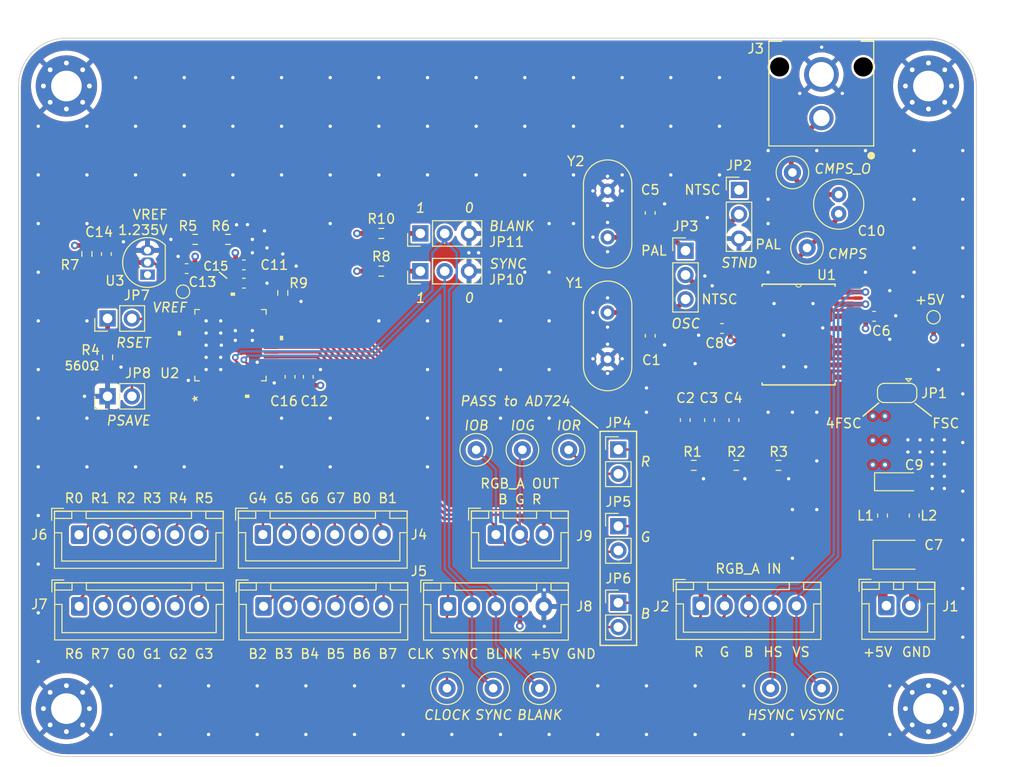
<source format=kicad_pcb>
(kicad_pcb (version 20221018) (generator pcbnew)
  (layers (0 "F.Cu" signal) (1 "In1.Cu" power) (2 "In2.Cu" power) (31 "B.Cu" signal) (34 "B.Paste" user) (35 "F.Paste" user) (36 "B.SilkS" user "B.Silkscreen") (37 "F.SilkS" user "F.Silkscreen") (38 "B.Mask" user) (39 "F.Mask" user) (44 "Edge.Cuts" user))
  (net 0 "")
  (net 1 "OSC")
  (net 2 "CMPS")
  (net 3 "HSYNC")
  (net 4 "VSYNC")
  (net 7 "GND")
  (net 8 "+5V")
  (net 9 "OSC_NTSC")
  (net 10 "BIN")
  (net 11 "GIN")
  (net 12 "RIN")
  (net 13 "OSC_PAL")
  (net 14 "SELECT")
  (net 15 "STND")
  (net 16 "G0")
  (net 17 "G1")
  (net 18 "G2")
  (net 19 "G3")
  (net 20 "G4")
  (net 21 "G5")
  (net 22 "G6")
  (net 23 "G7")
  (net 24 "B0")
  (net 25 "B1")
  (net 26 "B2")
  (net 27 "B3")
  (net 28 "B4")
  (net 29 "B5")
  (net 30 "B6")
  (net 31 "B7")
  (net 32 "R0")
  (net 33 "R1")
  (net 34 "R2")
  (net 35 "R3")
  (net 36 "R4")
  (net 37 "R5")
  (net 38 "R6")
  (net 39 "R7")
  (net 40 "CLOCK")
  (net 41 "SYNC")
  (net 42 "BLANK")
  (net 43 "IOR")
  (net 44 "/NET_VIN_GND")
  (net 45 "/NET_VIN_POS")
  (net 46 "/RIN_RAW")
  (net 47 "/GIN_RAW")
  (net 48 "/BIN_RAW")
  (net 49 "IOG")
  (net 50 "IOB")
  (net 51 "RSET")
  (net 52 "PSAVE")
  (net 53 "Net-(JP10-Pad1)")
  (net 54 "Net-(JP11-Pad1)")
  (net 55 "/RGB_DAC/VREF")
  (net 56 "/RGB_DAC/COMP")
  (net 57 "/RGB_DAC/RSET_R")
  (net 58 "/CMPS_O")
  (footprint "MountingHole:MountingHole_3.2mm_M3_Pad_Via" (layer "F.Cu") (at 192 72)
    (fp_text reference "H3" hide)
    (fp_text value "MountingHole_Pad")
  )
  (footprint "Connector_PinHeader_2.54mm:PinHeader_1x02_P2.54mm_Vertical" (layer "F.Cu") (at 159.624 109.949)
    (fp_text reference "JP4")
    (fp_text value "DAC_O_RGB_R_SW")
  )
  (footprint "TestPoint:TestPoint_Loop_D2.60mm_Drill0.9mm_Beaded" (layer "F.Cu") (at 179.324 88.9)
    (fp_text reference "TP101" hide)
    (fp_text value "CMPS")
  )
  (footprint "TestPoint:TestPoint_Loop_D2.60mm_Drill0.9mm_Beaded" (layer "F.Cu") (at 144.78 109.982)
    (fp_text reference "TP107" hide)
    (fp_text value "IOB")
  )
  (footprint "Resistor_SMD:R_0603_1608Metric_Pad0.98x0.95mm_HandSolder" (layer "F.Cu") (at 167.498 111.605)
    (fp_text reference "R1")
    (fp_text value "75")
  )
  (footprint "Capacitor_Tantalum_SMD:CP_EIA-3528-21_Kemet-B_Pad1.50x2.35mm_HandSolder" (layer "F.Cu") (at 188.8575 120.936)
    (fp_text reference "C7")
    (fp_text value "33uf")
  )
  (footprint "Resistor_SMD:R_0603_1608Metric_Pad0.98x0.95mm_HandSolder" (layer "F.Cu") (at 171.943 111.605)
    (fp_text reference "R2")
    (fp_text value "75")
  )
  (footprint "Capacitor_SMD:C_0603_1608Metric_Pad1.08x0.95mm_HandSolder" (layer "F.Cu") (at 114.554 91.059)
    (fp_text reference "C13")
    (fp_text value "100nf")
  )
  (footprint "Capacitor_SMD:C_0603_1608Metric_Pad1.08x0.95mm_HandSolder" (layer "F.Cu") (at 171.689 106.8795 90)
    (fp_text reference "C4")
    (fp_text value "100nf")
  )
  (footprint "Inductor_SMD:L_0603_1608Metric_Pad1.05x0.95mm_HandSolder" (layer "F.Cu") (at 190.5085 116.8466 -90)
    (fp_text reference "L2")
    (fp_text value "0603")
  )
  (footprint "Connector_PinHeader_2.54mm:PinHeader_1x03_P2.54mm_Vertical" (layer "F.Cu") (at 138.953 91.328 90)
    (fp_text reference "JP10")
    (fp_text value "JMP_SYNC")
  )
  (footprint "Connector_JST:JST_XH_B5B-XH-A_1x05_P2.50mm_Vertical" (layer "F.Cu") (at 141.844 126.337)
    (fp_text reference "J8")
    (fp_text value "DAC_CTL")
  )
  (footprint "Resistor_SMD:R_0603_1608Metric_Pad0.98x0.95mm_HandSolder" (layer "F.Cu") (at 115.443 88.011 180)
    (fp_text reference "R5")
    (fp_text value "75")
  )
  (footprint "Package_TO_SOT_THT:TO-92_Inline" (layer "F.Cu") (at 110.469 91.694 90)
    (fp_text reference "U3")
    (fp_text value "LM285Z-1.2")
  )
  (footprint "MountingHole:MountingHole_3.2mm_M3_Pad_Via" (layer "F.Cu") (at 102 137)
    (fp_text reference "H1" hide)
    (fp_text value "MountingHole_Pad")
  )
  (footprint "TestPoint:TestPoint_Pad_D1.0mm" (layer "F.Cu") (at 192.532 96.139)
    (fp_text reference "REF**" hide)
    (fp_text value "TestPoint_Pad_D1.0mm" hide)
  )
  (footprint "Resistor_SMD:R_0603_1608Metric_Pad0.98x0.95mm_HandSolder" (layer "F.Cu") (at 176.341 111.605)
    (fp_text reference "R3")
    (fp_text value "75")
  )
  (footprint "Capacitor_SMD:C_0603_1608Metric_Pad1.08x0.95mm_HandSolder" (layer "F.Cu") (at 106.172 89.535 -90)
    (fp_text reference "C14")
    (fp_text value "1uf")
  )
  (footprint "Capacitor_SMD:C_0603_1608Metric_Pad1.08x0.95mm_HandSolder" (layer "F.Cu") (at 170.4425 97.314 180)
    (fp_text reference "C8")
    (fp_text value "100nf")
  )
  (footprint "Connector_JST:JST_XH_B6B-XH-A_1x06_P2.50mm_Vertical" (layer "F.Cu") (at 103.309 118.844)
    (fp_text reference "J6")
    (fp_text value "RGB_C")
  )
  (footprint "Connector:CUI_RCJ-JP" (layer "F.Cu") (at 180.82295 66.575 -90)
    (fp_text reference "J3")
    (fp_text value "RCJ-045")
  )
  (footprint "Capacitor_THT:C_Radial_D5.0mm_H11.0mm_P2.00mm" (layer "F.Cu") (at 182.626 85.328 90)
    (fp_text reference "C10")
    (fp_text value "220uf")
  )
  (footprint "footprints:ADV7125KSTZ140" (layer "F.Cu") (at 119.126 99.06 90)
    (fp_text reference "U2")
    (fp_text value "ADV7125KSTZ140")
  )
  (footprint "Crystal:Crystal_HC49-U_Vertical" (layer "F.Cu") (at 158.5045 82.926 -90)
    (fp_text reference "Y2")
    (fp_text value "4.433619MHz")
  )
  (footprint "TestPoint:TestPoint_Loop_D2.60mm_Drill0.9mm_Beaded" (layer "F.Cu") (at 151.384 134.874)
    (fp_text reference "TP203" hide)
    (fp_text value "BLANK")
  )
  (footprint "Resistor_SMD:R_0603_1608Metric_Pad0.98x0.95mm_HandSolder" (layer "F.Cu") (at 124.587 93.599 90)
    (fp_text reference "R9")
    (fp_text value "75")
  )
  (footprint "Inductor_SMD:L_0603_1608Metric_Pad1.05x0.95mm_HandSolder" (layer "F.Cu") (at 187.2065 116.8466 -90)
    (fp_text reference "L1")
    (fp_text value "0603")
  )
  (footprint "Capacitor_SMD:C_0603_1608Metric_Pad1.08x0.95mm_HandSolder" (layer "F.Cu") (at 166.609 106.8795 90)
    (fp_text reference "C2")
    (fp_text value "100nf")
  )
  (footprint "Resistor_SMD:R_0603_1608Metric_Pad0.98x0.95mm_HandSolder" (layer "F.Cu") (at 134.874 87.391)
    (fp_text reference "R10")
    (fp_text value "10K")
  )
  (footprint "TestPoint:TestPoint_Loop_D2.60mm_Drill0.9mm_Beaded" (layer "F.Cu") (at 149.606 109.982)
    (fp_text reference "TP106" hide)
    (fp_text value "IOG")
  )
  (footprint "MountingHole:MountingHole_3.2mm_M3_Pad_Via" (layer "F.Cu") (at 192 137)
    (fp_text reference "H2" hide)
    (fp_text value "MountingHole_Pad")
  )
  (footprint "Capacitor_SMD:C_0603_1608Metric_Pad1.08x0.95mm_HandSolder" (layer "F.Cu") (at 120.523 92.583 180)
    (fp_text reference "C15")
    (fp_text value "10nf")
  )
  (footprint "footprints:SOIC127P1032X265-16N" (layer "F.Cu") (at 178.4435 97.949)
    (fp_text reference "U1")
    (fp_text value "AD724JRZ")
  )
  (footprint "Connector_PinHeader_2.54mm:PinHeader_1x03_P2.54mm_Vertical" (layer "F.Cu") (at 166.6325 89.186)
    (fp_text reference "JP3")
    (fp_text value "NTSC/PAL XTAL")
  )
  (footprint "Connector_PinHeader_2.54mm:PinHeader_1x03_P2.54mm_Vertical" (layer "F.Cu") (at 138.953 87.391 90)
    (fp_text reference "JP11")
    (fp_text value "JMP_BLANK")
  )
  (footprint "Connector_PinHeader_2.54mm:PinHeader_1x03_P2.54mm_Vertical" (layer "F.Cu") (at 172.2205 82.851)
    (fp_text reference "JP2")
    (fp_text value "NTSC/PAL SW")
  )
  (footprint "Capacitor_Tantalum_SMD:CP_EIA-3216-18_Kemet-A_Pad1.58x1.35mm_HandSolder" (layer "F.Cu") (at 188.8575 113.316)
    (fp_text reference "C9")
    (fp_text value "10uf")
  )
  (footprint "Connector_JST:JST_XH_B6B-XH-A_1x06_P2.50mm_Vertical" (layer "F.Cu") (at 122.576318 126.32)
    (fp_text reference "J5")
    (fp_text value "RGB_B")
  )
  (footprint "Resistor_SMD:R_0603_1608Metric_Pad0.98x0.95mm_HandSolder" (layer "F.Cu") (at 104.14 89.535 90)
    (fp_text reference "R7")
    (fp_text value "1K")
  )
  (footprint "Jumper:SolderJumper-3_P1.3mm_Open_RoundedPad1.0x1.5mm" (layer "F.Cu") (at 188.7305 104.045 180)
    (fp_text reference "JP1")
    (fp_text value "SELECT SW")
  )
  (footprint "MountingHole:MountingHole_3.2mm_M3_Pad_Via" (layer "F.Cu") (at 102 72)
    (fp_text reference "H4" hide)
    (fp_text value "MountingHole_Pad")
  )
  (footprint "TestPoint:TestPoint_Loop_D2.60mm_Drill0.9mm_Beaded" (layer "F.Cu") (at 154.432 109.982)
    (fp_text reference "TP105" hide)
    (fp_text value "IOR")
  )
  (footprint "Connector_PinHeader_2.54mm:PinHeader_1x02_P2.54mm_Vertical" (layer "F.Cu") (at 106.294 104.394 90)
    (fp_text reference "JP8")
    (fp_text value "JMP_PSAVE")
  )
  (footprint "Connector_JST:JST_XH_B5B-XH-A_1x05_P2.50mm_Vertical" (layer "F.Cu") (at 168.2165 126.27)
    (fp_text reference "J2")
    (fp_text value "RGB CN")
  )
  (footprint "Resistor_SMD:R_0603_1608Metric_Pad0.98x0.95mm_HandSolder" (layer "F.Cu") (at 106.299 100.33 -90)
    (fp_text reference "R4")
    (fp_text value "560")
  )
  (footprint "Connector_JST:JST_XH_B6B-XH-A_1x06_P2.50mm_Vertical" (layer "F.Cu") (at 103.336 126.32)
    (fp_text reference "J7")
    (fp_text value "RGB_D")
  )
  (footprint "Connector_JST:JST_XH_B2B-XH-A_1x02_P2.50mm_Vertical" (layer "F.Cu") (at 187.6075 126.253)
    (fp_text reference "J1")
    (fp_text value "CONN_VIN")
  )
  (footprint "TestPoint:TestPoint_Loop_D2.60mm_Drill0.9mm_Beaded" (layer "F.Cu") (at 175.514 134.874)
    (fp_text reference "TP104" hide)
    (fp_text value "HSYNC")
  )
  (footprint "Resistor_SMD:R_0603_1608Metric_Pad0.98x0.95mm_HandSolder" (layer "F.Cu") (at 134.874 91.328)
    (fp_text reference "R8")
    (fp_text value "10K")
  )
  (footprint "Capacitor_SMD:C_0603_1608Metric_Pad1.08x0.95mm_HandSolder" (layer "F.Cu") (at 120.523 90.678 180)
    (fp_text reference "C11")
    (fp_text value "100nf")
  )
  (footprint "TestPoint:TestPoint_Loop_D2.60mm_Drill0.9mm_Beaded" (layer "F.Cu") (at 146.558 134.874)
    (fp_text reference "TP202" hide)
    (fp_text value "SYNC")
  )
  (footprint "TestPoint:TestPoint_Loop_D2.60mm_Drill0.9mm_Beaded" (layer "F.Cu") (at 177.8 81.026)
    (fp_text reference "TP102" hide)
    (fp_text value "CMPS_O")
  )
  (footprint "TestPoint:TestPoint_Loop_D2.60mm_Drill0.9mm_Beaded" (layer "F.Cu") (at 141.732 134.874)
    (fp_text reference "TP201" hide)
    (fp_text value "CLOCK")
  )
  (footprint "Resistor_SMD:R_0603_1608Metric_Pad0.98x0.95mm_HandSolder" (layer "F.Cu") (at 118.872 88.011)
    (fp_text reference "R6")
    (fp_text value "75")
  )
  (footprint "Capacitor_SMD:C_0603_1608Metric_Pad1.08x0.95mm_HandSolder" (layer "F.Cu") (at 162.9495 85.249 90)
    (fp_text reference "C5")
    (fp_text value "15pf")
  )
  (footprint "Connector_PinHeader_2.54mm:PinHeader_1x02_P2.54mm_Vertical" (layer "F.Cu") (at 159.624 125.951)
    (fp_text reference "JP6")
    (fp_text value "DAC_O_RGB_B_SW")
  )
  (footprint "Connector_PinHeader_2.54mm:PinHeader_1x02_P2.54mm_Vertical" (layer "F.Cu") (at 159.624 117.95)
    (fp_text reference "JP5")
    (fp_text value "DAC_O_RGB_G_SW")
  )
  (footprint "Capacitor_SMD:C_0603_1608Metric_Pad1.08x0.95mm_HandSolder" (layer "F.Cu") (at 169.149 106.8795 90)
    (fp_text reference "C3")
    (fp_text value "100nf")
  )
  (footprint "Connector_JST:JST_XH_B3B-XH-A_1x03_P2.50mm_Vertical" (layer "F.Cu") (at 146.837 118.827)
    (fp_text reference "J9")
    (fp_text value "DAC_OUT")
  )
  (footprint "Capacitor_SMD:C_0603_1608Metric_Pad1.08x0.95mm_HandSolder" (layer "F.Cu") (at 127.254 102.362 -90)
    (fp_text reference "C12")
    (fp_text value "100nf")
  )
  (footprint "TestPoint:TestPoint_Pad_D1.0mm" (layer "F.Cu") (at 114.173 93.472 90)
    (fp_text reference "VREF")
    (fp_text value "")
  )
  (footprint "Capacitor_SMD:C_0603_1608Metric_Pad1.08x0.95mm_HandSolder" (layer "F.Cu") (at 186.3175 96.044 180)
    (fp_text reference "C6")
    (fp_text value "100nf")
  )
  (footprint "Connector_JST:JST_XH_B6B-XH-A_1x06_P2.50mm_Vertical" (layer "F.Cu") (at 122.513 118.827)
    (fp_text reference "J4")
    (fp_text value "RGB_A")
  )
  (footprint "TestPoint:TestPoint_Loop_D2.60mm_Drill0.9mm_Beaded" (layer "F.Cu") (at 180.848 134.874)
    (fp_text reference "TP103" hide)
    (fp_text value "VSYNC")
  )
  (footprint "Capacitor_SMD:C_0603_1608Metric_Pad1.08x0.95mm_HandSolder" (layer "F.Cu") (at 162.9495 98.076 -90)
    (fp_text reference "C1")
    (fp_text value "15pf")
  )
  (footprint "Connector_PinHeader_2.54mm:PinHeader_1x02_P2.54mm_Vertical" (layer "F.Cu") (at 106.294 96.266 90)
    (fp_text reference "JP7")
    (fp_text value "JMP_RSET")
  )
  (footprint "Capacitor_SMD:C_0603_1608Metric_Pad1.08x0.95mm_HandSolder" (layer "F.Cu") (at 125.349 102.362 -90)
    (fp_text reference "C16")
    (fp_text value "10nf")
  )
  (footprint "Crystal:Crystal_HC49-4H_Vertical" (layer "F.Cu") (at 158.5045 100.526 90)
    (fp_text reference "Y1")
    (fp_text value "3.579545MHz")
  )
  (gr_line (start 117.983 91.44) (end 118.745 92.075) (stroke (width 0.15)) (layer "F.SilkS"))
  (gr_line (start 157.719 130.401) (end 161.529 130.401) (stroke (width 0.15)) (layer "F.SilkS"))
  (gr_line (start 157.719 108.049) (end 157.719 130.401) (stroke (width 0.15)) (layer "F.SilkS"))
  (gr_line (start 154.686 105.41) (end 157.48 107.696) (stroke (width 0.15)) (layer "F.SilkS"))
  (gr_line (start 190.6101 105.1372) (end 192.2865 106.458) (stroke (width 0.15)) (layer "F.SilkS"))
  (gr_line (start 186.8001 105.0864) (end 185.1745 106.458) (stroke (width 0.15)) (layer "F.SilkS"))
  (gr_line (start 161.529 108.049) (end 157.719 108.049) (stroke (width 0.15)) (layer "F.SilkS"))
  (gr_line (start 161.529 130.401) (end 161.529 108.049) (stroke (width 0.15)) (layer "F.SilkS"))
  (gr_arc locked (start 102 142) (mid 98.464466 140.535534) (end 97 137) (stroke (width 0.1)) (layer "Edge.Cuts"))
  (gr_line locked (start 97 72) (end 97 137) (stroke (width 0.1)) (layer "Edge.Cuts"))
  (gr_arc locked (start 197 137) (mid 195.535534 140.535534) (end 192 142) (stroke (width 0.1)) (layer "Edge.Cuts"))
  (gr_arc locked (start 97 72) (mid 98.464466 68.464466) (end 102 67) (stroke (width 0.1)) (layer "Edge.Cuts"))
  (gr_line locked (start 102 142) (end 192 142) (stroke (width 0.1)) (layer "Edge.Cuts"))
  (gr_line locked (start 192 67) (end 102 67) (stroke (width 0.1)) (layer "Edge.Cuts"))
  (gr_arc locked (start 192 67) (mid 195.535534 68.464466) (end 197 72) (stroke (width 0.1)) (layer "Edge.Cuts"))
  (gr_line locked (start 197 137) (end 197 72) (stroke (width 0.1)) (layer "Edge.Cuts"))
  (gr_text "B" (at 173.2365 131.096) (layer "F.SilkS") (effects (font (size 1 1))))
  (gr_text "1" (at 138.938 84.724) (layer "F.SilkS") (effects (font (size 1 1) (thickness 0.15) italic)))
  (gr_text "G" (at 170.6965 131.096) (layer "F.SilkS") (effects (font (size 1 1))))
  (gr_text "PSAVE" (at 108.458 106.934) (layer "F.SilkS") (effects (font (size 1 1) (thickness 0.15) italic)))
  (gr_text "FSC" (at 193.8105 107.22) (layer "F.SilkS") (effects (font (size 1 1))))
  (gr_text "VREF\n1.235V" (at 112.649 86.233) (layer "F.SilkS") (effects (font (size 1 1)) (justify right)))
  (gr_text "CMPS_O" (at 183.007 80.645) (layer "F.SilkS") (effects (font (size 1 1) (thickness 0.15) italic)))
  (gr_text "B G R" (at 149.337 115.161) (layer "F.SilkS") (effects (font (size 1 1))))
  (gr_text "R0 R1 R2 R3 R4 R5" (at 109.586 115.034) (layer "F.SilkS") (effects (font (size 1 1))))
  (gr_text "BLANK" (at 148.463 86.629) (layer "F.SilkS") (effects (font (size 1 1) (thickness 0.15) italic)))
  (gr_text "NTSC" (at 170.1885 94.266) (layer "F.SilkS") (effects (font (size 1 1))))
  (gr_text "HSYNC" (at 175.514 137.668) (layer "F.SilkS") (effects (font (size 1 1) (thickness 0.15) italic)))
  (gr_text "+5V" (at 192.1256 94.3102) (layer "F.SilkS") (effects (font (size 1 1))))
  (gr_text "VSYNC" (at 180.848 137.668) (layer "F.SilkS") (effects (font (size 1 1) (thickness 0.15) italic)))
  (gr_text "1" (at 138.953 94.122) (layer "F.SilkS") (effects (font (size 1 1) (thickness 0.15) italic)))
  (gr_text "CLK SYNC BLNK +5V GND" (at 147.432 131.29) (layer "F.SilkS") (effects (font (size 1 1))))
  (gr_text "PAL" (at 175.2685 88.534) (layer "F.SilkS") (effects (font (size 1 1))))
  (gr_text "VS" (at 178.6975 131.096) (layer "F.SilkS") (effects (font (size 1 1))))
  (gr_text "RGB_A IN" (at 173.213 122.4) (layer "F.SilkS") (effects (font (size 1 1))))
  (gr_text "0" (at 144.033 94.122) (layer "F.SilkS") (effects (font (size 1 1) (thickness 0.15) italic)))
  (gr_text "BLANK" (at 151.384 137.668) (layer "F.SilkS") (effects (font (size 1 1) (thickness 0.15) italic)))
  (gr_text "0" (at 144.018 84.724) (layer "F.SilkS") (effects (font (size 1 1) (thickness 0.15) italic)))
  (gr_text "IOG" (at 149.606 107.442) (layer "F.SilkS") (effects (font (size 1 1) (thickness 0.15) italic)))
  (gr_text "SYNC" (at 148.082 90.566) (layer "F.SilkS") (effects (font (size 1 1) (thickness 0.15) italic)))
  (gr_text "CLOCK" (at 141.732 137.668) (layer "F.SilkS") (effects (font (size 1 1) (thickness 0.15) italic)))
  (gr_text "R" (at 168.0295 131.096) (layer "F.SilkS") (effects (font (size 1 1))))
  (gr_text "G" (at 162.418 119.098) (layer "F.SilkS") (effects (font (size 1 1) (thickness 0.15) italic)))
  (gr_text "OSC" (at 166.6325 96.806) (layer "F.SilkS") (effects (font (size 1 1) (thickness 0.15) italic)))
  (gr_text "4FSC" (at 183.1425 107.22) (layer "F.SilkS") (effects (font (size 1 1))))
  (gr_text "R6 R7 G0 G1 G2 G3" (at 109.586 131.29) (layer "F.SilkS") (effects (font (size 1 1))))
  (gr_text "R" (at 162.418 111.224) (layer "F.SilkS") (effects (font (size 1 1) (thickness 0.15) italic)))
  (gr_text "B2 B3 B4 B5 B6 B7" (at 128.763 131.29) (layer "F.SilkS") (effects (font (size 1 1))))
  (gr_text "PAL" (at 163.3305 89.186) (layer "F.SilkS") (effects (font (size 1 1))))
  (gr_text "RGB_A OUT" (at 149.337 113.51) (layer "F.SilkS") (effects (font (size 1 1))))
  (gr_text "HS" (at 175.7765 131.096) (layer "F.SilkS") (effects (font (size 1 1))))
  (gr_text "560Ω" (at 103.632 101.219) (layer "F.SilkS") (effects (font (size 0.9 0.9))))
  (gr_text "SYNC" (at 146.558 137.668) (layer "F.SilkS") (effects (font (size 1 1) (thickness 0.15) italic)))
  (gr_text "PASS to AD724" (at 154.686 104.902) (layer "F.SilkS") (effects (font (size 1 1) (thickness 0.15) italic) (justify right)))
  (gr_text "G4 G5 G6 G7 B0 B1" (at 128.763 115.034) (layer "F.SilkS") (effects (font (size 1 1))))
  (gr_text "IOB" (at 144.78 107.442) (layer "F.SilkS") (effects (font (size 1 1) (thickness 0.15) italic)))
  (gr_text "IOR" (at 154.432 107.442) (layer "F.SilkS") (effects (font (size 1 1) (thickness 0.15) italic)))
  (gr_text "+5V" (at 186.6985 131.096) (layer "F.SilkS") (effects (font (size 1 1))))
  (gr_text "CMPS" (at 183.515 89.535) (layer "F.SilkS") (effects (font (size 1 1) (thickness 0.15) italic)))
  (gr_text "RSET" (at 108.966 98.806) (layer "F.SilkS") (effects (font (size 1 1) (thickness 0.15) italic)))
  (gr_text "GND" (at 190.7625 131.096) (layer "F.SilkS") (effects (font (size 1 1))))
  (gr_text "NTSC" (at 168.4105 82.836) (layer "F.SilkS") (effects (font (size 1 1))))
  (gr_text "STND" (at 172.2205 90.456) (layer "F.SilkS") (effects (font (size 1 1) (thickness 0.15) italic)))
  (gr_text "B" (at 162.418 127.099) (layer "F.SilkS") (effects (font (size 1 1) (thickness 0.15) italic)))
  (segment (start 170.9505 96.044) (end 173.7445 96.044) (width 0.5) (layer "F.Cu") (net 1))
  (segment (start 166.6325 91.726) (end 170.9505 96.044) (width 0.5) (layer "F.Cu") (net 1))
  (segment (start 178.308 90.043) (end 179.07 89.281) (width 0.5) (layer "F.Cu") (net 2))
  (segment (start 178.308 90.678) (end 178.308 90.043) (width 0.5) (layer "F.Cu") (net 2))
  (segment (start 179.07 89.281) (end 182.626 85.725) (width 0.5) (layer "F.Cu") (net 2))
  (segment (start 178.3165 97.822) (end 178.3165 90.6865) (width 0.5) (layer "F.Cu") (net 2))
  (segment (start 181.6185 101.124) (end 178.3165 97.822) (width 0.5) (layer "F.Cu") (net 2))
  (segment (start 178.3165 90.6865) (end 178.308 90.678) (width 0.5) (layer "F.Cu") (net 2))
  (segment (start 182.626 85.725) (end 182.626 85.328) (width 0.5) (layer "F.Cu") (net 2))
  (segment (start 183.1425 101.124) (end 181.6185 101.124) (width 0.5) (layer "F.Cu") (net 2))
  (segment (start 183.1044 93.504) (end 185.4285 93.504) (width 0.5) (layer "F.Cu") (net 3))
  (via (at 185.4285 93.504) (size 0.8) (drill 0.4) (layers "F.Cu" "B.Cu") (net 3))
  (segment (start 182.118 120.904) (end 178.562 124.46) (width 0.254) (layer "B.Cu") (net 3))
  (segment (start 182.118 95.370626) (end 182.118 120.904) (width 0.254) (layer "B.Cu") (net 3))
  (segment (start 178.562 124.46) (end 176.53 124.46) (width 0.254) (layer "B.Cu") (net 3))
  (segment (start 183.984626 93.504) (end 182.118 95.370626) (width 0.254) (layer "B.Cu") (net 3))
  (segment (start 176.53 124.46) (end 175.7165 125.2735) (width 0.254) (layer "B.Cu") (net 3))
  (segment (start 185.4285 93.504) (end 183.984626 93.504) (width 0.254) (layer "B.Cu") (net 3))
  (segment (start 175.7165 126.27) (end 175.7165 134.6715) (width 0.254) (layer "B.Cu") (net 3))
  (segment (start 175.7165 125.2735) (end 175.7165 126.27) (width 0.254) (layer "B.Cu") (net 3))
  (segment (start 175.7165 134.6715) (end 175.514 134.874) (width 0.254) (layer "B.Cu") (net 3))
  (segment (start 183.1044 94.774) (end 185.4285 94.774) (width 0.5) (layer "F.Cu") (net 4))
  (via (at 185.4285 94.774) (size 0.8) (drill 0.4) (layers "F.Cu" "B.Cu") (net 4))
  (segment (start 183.388 94.742) (end 182.57152 95.55848) (width 0.254) (layer "B.Cu") (net 4))
  (segment (start 178.2165 125.446874) (end 178.2165 126.27) (width 0.254) (layer "B.Cu") (net 4))
  (segment (start 178.2165 132.2425) (end 180.848 134.874) (width 0.254) (layer "B.Cu") (net 4))
  (segment (start 185.3965 94.742) (end 183.388 94.742) (width 0.254) (layer "B.Cu") (net 4))
  (segment (start 185.4285 94.774) (end 185.3965 94.742) (width 0.254) (layer "B.Cu") (net 4))
  (segment (start 182.57152 121.091854) (end 178.2165 125.446874) (width 0.254) (layer "B.Cu") (net 4))
  (segment (start 182.57152 95.55848) (end 182.57152 121.091854) (width 0.254) (layer "B.Cu") (net 4))
  (segment (start 178.2165 126.27) (end 178.2165 132.2425) (width 0.254) (layer "B.Cu") (net 4))
  (segment (start 125.159501 101.310001) (end 125.349 101.4995) (width 0.254) (layer "F.Cu") (net 7))
  (segment (start 121.876 94.8436) (end 121.876 93.0735) (width 0.254) (layer "F.Cu") (net 7))
  (segment (start 120.875999 94.8436) (end 120.875999 93.092501) (width 0.254) (layer "F.Cu") (net 7))
  (segment (start 190.5085 113.5295) (end 190.295 113.316) (width 1) (layer "F.Cu") (net 7))
  (segment (start 121.3855 92.583) (end 121.3855 90.678) (width 0.5) (layer "F.Cu") (net 7))
  (segment (start 106.6535 89.154) (end 106.172 88.6725) (width 0.5) (layer "F.Cu") (net 7))
  (segment (start 123.3424 100.809999) (end 124.659499 100.809999) (width 0.254) (layer "F.Cu") (net 7))
  (segment (start 125.349 101.4995) (end 127.254 101.4995) (width 0.5) (layer "F.Cu") (net 7))
  (segment (start 120.875999 93.092501) (end 121.3855 92.583) (width 0.254) (layer "F.Cu") (net 7))
  (segment (start 110.469 89.154) (end 106.6535 89.154) (width 0.5) (layer "F.Cu") (net 7))
  (segment (start 123.3424 101.310001) (end 125.159501 101.310001) (width 0.254) (layer "F.Cu") (net 7))
  (segment (start 190.5085 115.9716) (end 190.5085 113.5295) (width 1) (layer "F.Cu") (net 7))
  (segment (start 124.659499 100.809999) (end 125.349 101.4995) (width 0.254) (layer "F.Cu") (net 7))
  (segment (start 121.876 93.0735) (end 121.3855 92.583) (width 0.254) (layer "F.Cu") (net 7))
  (segment (start 121.376001 94.8436) (end 121.376001 92.592499) (width 0.254) (layer "F.Cu") (net 7))
  (segment (start 121.376001 92.592499) (end 121.3855 92.583) (width 0.254) (layer "F.Cu") (net 7))
  (via (at 165.1 81.28) (size 0.7) (drill 0.35) (layers "F.Cu" "B.Cu") (net 7))
  (via (at 147.32 139.7) (size 0.7) (drill 0.35) (layers "F.Cu" "B.Cu") (net 7))
  (via (at 149.86 71.12) (size 0.7) (drill 0.35) (layers "F.Cu" "B.Cu") (net 7))
  (via (at 175.26 78.74) (size 0.7) (drill 0.35) (layers "F.Cu" "B.Cu") (net 7))
  (via (at 99.06 121.92) (size 0.7) (drill 0.35) (layers "F.Cu" "B.Cu") (net 7))
  (via (at 106.68 134.62) (size 0.7) (drill 0.35) (layers "F.Cu" "B.Cu") (net 7))
  (via (at 195.58 78.74) (size 0.7) (drill 0.35) (layers "F.Cu" "B.Cu") (net 7))
  (via (at 149.86 91.44) (size 0.7) (drill 0.35) (layers "F.Cu" "B.Cu") (net 7))
  (via (at 157.48 134.62) (size 0.7) (drill 0.35) (layers "F.Cu" "B.Cu") (net 7))
  (via (at 151.892 124.602) (size 0.7) (drill 0.35) (layers "F.Cu" "B.Cu") (net 7))
  (via (at 195.58 93.98) (size 0.7) (drill 0.35) (layers "F.Cu" "B.Cu") (net 7))
  (via (at 190.5 91.44) (size 0.7) (drill 0.35) (layers "F.Cu" "B.Cu") (net 7))
  (via (at 154.94 81.28) (size 0.7) (drill 0.35) (layers "F.Cu" "B.Cu") (net 7))
  (via (at 175.88 94.714) (size 0.7) (drill 0.35) (layers "F.Cu" "B.Cu") (net 7))
  (via (at 165.1 76.2) (size 0.7) (drill 0.35) (layers "F.Cu" "B.Cu") (net 7))
  (via (at 124.46 106.68) (size 0.7) (drill 0.35) (layers "F.Cu" "B.Cu") (net 7))
  (via (at 176.896 98.016) (size 0.7) (drill 0.35) (layers "F.Cu" "B.Cu") (net 7))
  (via (at 156.972 87.772) (size 0.7) (drill 0.35) (layers "F.Cu" "B.Cu") (net 7))
  (via (at 154.94 86.36) (size 0.7) (drill 0.35) (layers "F.Cu" "B.Cu") (net 7))
  (via (at 195.58 124.46) (size 0.7) (drill 0.35) (layers "F.Cu" "B.Cu") (net 7))
  (via (at 193.66 108.938) (size 0.7) (drill 0.35) (layers "F.Cu" "B.Cu") (net 7))
  (via (at 189.85 110.208) (size 0.7) (drill 0.35) (layers "F.Cu" "B.Cu") (net 7))
  (via (at 104.14 81.28) (size 0.7) (drill 0.35) (layers "F.Cu" "B.Cu") (net 7))
  (via (at 175.26 86.36) (size 0.7) (drill 0.35) (layers "F.Cu" "B.Cu") (net 7))
  (via (at 192.39 114.018) (size 0.7) (drill 0.35) (layers "F.Cu" "B.Cu") (net 7))
  (via (at 116.586 97.79) (size 0.7) (drill 0.35) (layers "F.Cu" "B.Cu") (net 7))
  (via (at 158.496 86.248) (size 0.7) (drill 0.35) (layers "F.Cu" "B.Cu") (net 7))
  (via (at 187.96 139.7) (size 0.7) (drill 0.35) (layers "F.Cu" "B.Cu") (net 7))
  (via (at 179.944 94.714) (size 0.7) (drill 0.35) (layers "F.Cu" "B.Cu") (net 7))
  (via (at 99.06 127) (size 0.7) (drill 0.35) (layers "F.Cu" "B.Cu") (net 7))
  (via (at 167.64 134.62) (size 0.7) (drill 0.35) (layers "F.Cu" "B.Cu") (net 7))
  (via (at 114.724 102.728) (size 0.7) (drill 0.35) (layers "F.Cu" "B.Cu") (net 7))
  (via (at 168.91 85.74) (size 0.7) (drill 0.35) (layers "F.Cu" "B.Cu") (net 7))
  (via (at 129.54 111.76) (size 0.7) (drill 0.35) (layers "F.Cu" "B.Cu") (net 7))
  (via (at 144.018 89.408) (size 0.7) (drill 0.35) (layers "F.Cu" "B.Cu") (net 7))
  (via (at 160.02 82.946) (size 0.7) (drill 0.35) (layers "F.Cu" "B.Cu") (net 7))
  (via (at 165.1 71.12) (size 0.7) (drill 0.35) (layers "F.Cu" "B.Cu") (net 7))
  (via (at 149.86 76.2) (size 0.7) (drill 0.35) (layers "F.Cu" "B.Cu") (net 7))
  (via (at 183.007 72.771) (size 0.7) (drill 0.35) (layers "F.Cu" "B.Cu") (net 7))
  (via (at 195.58 109.22) (size 0.7) (drill 0.35) (layers "F.Cu" "B.Cu") (net 7))
  (via (at 158.496 101.996) (size 0.7) (drill 0.35) (layers "F.Cu" "B.Cu") (net 7))
  (via (at 134.62 76.2) (size 0.7) (drill 0.35) (layers "F.Cu" "B.Cu") (net 7))
  (via (at 114.3 81.28) (size 0.7) (drill 0.35) (layers "F.Cu" "B.Cu") (net 7))
  (via (at 119.38 71.12) (size 0.7) (drill 0.35) (layers "F.Cu" "B.Cu") (net 7))
  (via (at 192.39 111.478) (size 0.7) (drill 0.35) (layers "F.Cu" "B.Cu") (net 7))
  (via (at 160.02 81.28) (size 0.7) (drill 0.35) (layers "F.Cu" "B.Cu") (net 7))
  (via (at 172.72 139.7) (size 0.7) (drill 0.35) (layers "F.Cu" "B.Cu") (net 7))
  (via (at 156.972 100.472) (size 0.7) (drill 0.35) (layers "F.Cu" "B.Cu") (net 7))
  (via (at 124.46 71.12) (size 0.7) (drill 0.35) (layers "F.Cu" "B.Cu") (net 7))
  (via (at 167.64 100.98) (size 0.7) (drill 0.35) (layers "F.Cu" "B.Cu") (net 7))
  (via (at 118.11 101.6) (size 0.7) (drill 0.35) (layers "F.Cu" "B.Cu") (net 7))
  (via (at 180.34 116.22) (size 0.7) (drill 0.35) (layers "F.Cu" "B.Cu") (net 7))
  (via (at 118.11 97.79) (size 0.7) (drill 0.35) (layers "F.Cu" "B.Cu") (net 7))
  (via (at 120.904 86.472) (size 0.7) (drill 0.35) (layers "F.Cu" "B.Cu") (net 7))
  (via (at 162.56 139.7) (size 0.7) (drill 0.35) (layers "F.Cu" "B.Cu") (net 7))
  (via (at 192.39 112.748) (size 0.7) (drill 0.35) (layers "F.Cu" "B.Cu") (net 7))
  (via (at 137.16 134.62) (size 0.7) (drill 0.35) (layers "F.Cu" "B.Cu") (net 7))
  (via (at 156.972 95.646) (size 0.7) (drill 0.35) (layers "F.Cu" "B.Cu") (net 7))
  (via (at 103.886 104.394) (size 0.7) (drill 0.35) (layers "F.Cu" "B.Cu") (net 7))
  (via (at 168.656 91.836) (size 0.7) (drill 0.35) (layers "F.Cu" "B.Cu") (net 7))
  (via (at 156.972 82.946) (size 0.7) (drill 0.35) (layers "F.Cu" "B.Cu") (net 7))
  (via (at 99.06 91.44) (size 0.7) (drill 0.35) (layers "F.Cu" "B.Cu") (net 7))
  (via (at 132.08 139.7) (size 0.7) (drill 0.35) (layers "F.Cu" "B.Cu") (net 7))
  (via (at 182.88 139.7) (size 0.7) (drill 0.35) (layers "F.Cu" "B.Cu") (net 7))
  (via (at 193.66 114.018) (size 0.7) (drill 0.35) (layers "F.Cu" "B.Cu") (net 7))
  (via (at 127 139.7) (size 0.7) (drill 0.35) (layers "F.Cu" "B.Cu") (net 7))
  (via (at 177.8 139.7) (size 0.7) (drill 0.35) (layers "F.Cu" "B.Cu") (net 7))
  (via (at 164.45 84.3) (size 0.7) (drill 0.35) (layers "F.Cu" "B.Cu") (net 7))
  (via (at 99.06 96.52) (size 0.7) (drill 0.35) (layers "F.Cu" "B.Cu") (net 7))
  (via (at 129.54 81.28) (size 0.7) (drill 0.35) (layers "F.Cu" "B.Cu") (net 7))
  (via (at 152.4 86.36) (size 0.7) (drill 0.35) (layers "F.Cu" "B.Cu") (net 7))
  (via (at 116.84 139.7) (size 0.7) (drill 0.35) (layers "F.Cu" "B.Cu") (net 7))
  (via (at 129.54 76.2) (size 0.7) (drill 0.35) (layers "F.Cu" "B.Cu") (net 7))
  (via (at 195.58 119.38) (size 0.7) (drill 0.35) (layers "F.Cu" "B.Cu") (net 7))
  (via (at 175.26 106.06) (size 0.7) (drill 0.35) (layers "F.Cu" "B.Cu") (net 7))
  (via (at 193.66 112.748) (size 0.7) (drill 0.35) (layers "F.Cu" "B.Cu") (net 7))
  (via (at 158.496 89.296) (size 0.7) (drill 0.35) (layers "F.Cu" "B.Cu") (net 7))
  (via (at 185.42 91.44) (size 0.7) (drill 0.35) (layers "F.Cu" "B.Cu") (net 7))
  (via (at 118.11 96.52) (size 0.7) (drill 0.35) (layers "F.Cu" "B.Cu") (net 7))
  (via (at 123.698 102.997) (size 0.7) (drill 0.35) (layers "F.Cu" "B.Cu") (net 7))
  (via (at 134.62 71.12) (size 0.7) (drill 0.35) (layers "F.Cu" "B.Cu") (net 7))
  (via (at 192.39 108.938) (size 0.7) (drill 0.35) (layers "F.Cu" "B.Cu") (net 7))
  (via (at 195.58 129.54) (size 0.7) (drill 0.35) (layers "F.Cu" "B.Cu") (net 7))
  (via (at 193.04 101.6) (size 0.7) (drill 0.35) (layers "F.Cu" "B.Cu") (net 7))
  (via (at 118.1735 99.06) (size 0.7) (drill 0.35) (layers "F.Cu" "B.Cu") (net 7))
  (via (at 195.58 99.06) (size 0.7) (drill 0.35) (layers "F.Cu" "B.Cu") (net 7))
  (via (at 169.418 92.852) (size 0.7) (drill 0.35) (layers "F.Cu" "B.Cu") (net 7))
  (via (at 114.3 76.2) (size 0.7) (drill 0.35) (layers "F.Cu" "B.Cu") (net 7))
  (via (at 193.66 110.208) (size 0.7) (drill 0.35) (layers "F.Cu" "B.Cu") (net 7))
  (via (at 132.08 134.62) (size 0.7) (drill 0.35) (layers "F.Cu" "B.Cu") (net 7))
  (via (at 111.76 134.62) (size 0.7) (drill 0.35) (layers "F.Cu" "B.Cu") (net 7))
  (via (at 129.54 86.36) (size 0.7) (drill 0.35) (layers "F.Cu" "B.Cu") (net 7))
  (via (at 190.5 83.82) (size 0.7) (drill 0.35) (layers "F.Cu" "B.Cu") (net 7))
  (via (at 99.06 101.6) (size 0.7) (drill 0.35) (layers "F.Cu" "B.Cu") (net 7))
  (via (at 170.18 71.12) (size 0.7) (drill 0.35) (layers "F.Cu" "B.Cu") (net 7))
  (via (at 122.936 88.9) (size 0.7) (drill 0.35) (layers "F.Cu" "B.Cu") (net 7))
  (via (at 124.46 81.28) (size 0.7) (drill 0.35) (layers "F.Cu" "B.Cu") (net 7))
  (via (at 119.38 81.28) (size 0.7) (drill 0.35) (layers "F.Cu" "B.Cu") (net 7))
  (via (at 180.848 67.945) (size 0.7) (drill 0.35) (layers "F.Cu" "B.Cu") (net 7))
  (via (at 121.412 97.536) (size 0.7) (drill 0.35) (layers "F.Cu" "B.Cu") (net 7))
  (via (at 168.006 98.016) (size 0.7) (drill 0.35) (layers "F.Cu" "B.Cu") (net 7))
  (via (at 99.06 86.36) (size 0.7) (drill 0.35) (layers "F.Cu" "B.Cu") (net 7))
  (via (at 190.5 78.74) (size 0.7) (drill 0.35) (layers "F.Cu" "B.Cu") (net 7))
  (via (at 99.06 76.2) (size 0.7) (drill 0.35) (layers "F.Cu" "B.Cu") (net 7))
  (via (at 152.4 101.6) (size 0.7) (drill 0.35) (layers "F.Cu" "B.Cu") (net 7))
  (via (at 139.7 76.2) (size 0.7) (drill 0.35) (layers "F.Cu" "B.Cu") (net 7))
  (via (at 193.66 111.478) (size 0.7) (drill 0.35) (layers "F.Cu" "B.Cu") (net 7))
  (via (at 134.62 96.52) (size 0.7) (drill 0.35) (layers "F.Cu" "B.Cu") (net 7))
  (via (at 176.896 101.318) (size 0.7) (drill 0.35) (layers "F.Cu" "B.Cu") (net 7))
  (via (at 107.696 101.346) (size 0.7) (drill 0.35) (layers "F.Cu" "B.Cu") (net 7))
  (via (at 119.634 98.552) (size 0.7) (drill 0.35) (layers "F.Cu" "B.Cu") (net 7))
  (via (at 152.4 106.68) (size 0.7) (drill 0.35) (layers "F.Cu" "B.Cu") (net 7))
  (via (at 158.496 97.17) (size 0.7) (drill 0.35) (layers "F.Cu" "B.Cu") (net 7))
  (via (at 113.665 89.789) (size 0.7) (drill 0.35) (layers "F.Cu" "B.Cu") (net 7))
  (via (at 116.586 99.06) (size 0.7) (drill 0.35) (layers "F.Cu" "B.Cu") (net 7))
  (via (at 124.46 76.2) (size 0.7) (drill 0.35) (layers "F.Cu" "B.Cu") (net 7))
  (via (at 116.84 134.62) (size 0.7) (drill 0.35) (layers "F.Cu" "B.Cu") (net 7))
  (via (at 152.4 96.52) (size 0.7) (drill 0.35) (layers "F.Cu" "B.Cu") (net 7))
  (via (at 180.34 106.06) (size 0.7) (drill 0.35) (layers "F.Cu" "B.Cu") (net 7))
  (via (at 177.8 116.22) (size 0.7) (drill 0.35) (layers "F.Cu" "B.Cu") (net 7))
  (via (at 122.682 87.122) (size 0.7) (drill 0.35) (layers "F.Cu" "B.Cu") (net 7))
  (via (at 180.96 97.254) (size 0.7) (drill 0.35) (layers "F.Cu" "B.Cu") (net 7))
  (via (at 167.64 139.7) (size 0.7) (drill 0.35) (layers "F.Cu" "B.Cu") (net 7))
  (via (at 160.02 71.12) (size 0.7) (drill 0.35) (layers "F.Cu" "B.Cu") (net 7))
  (via (at 149.86 81.28) (size 0.7) (drill 0.35) (layers "F.Cu" "B.Cu") (net 7))
  (via (at 147.32 101.6) (size 0.7) (drill 0.35) (layers "F.Cu" "B.Cu") (net 7))
  (via (at 158.496 84.47) (size 0.7) (drill 0.35) (layers "F.Cu" "B.Cu") (net 7))
  (via (at 164.45 99.032) (size 0.7) (drill 0.35) (layers "F.Cu" "B.Cu") (net 7))
  (via (at 177.8 106.06) (size 0.7) (drill 0.35) (layers "F.Cu" "B.Cu") (net 7))
  (via (at 137.16 139.7) (size 0.7) (drill 0.35) (layers "F.Cu" "B.Cu") (net 7))
  (via (at 157.48 139.7) (size 0.7) (drill 0.35) (layers "F.Cu" "B.Cu") (net 7))
  (via (at 180.34 78.74) (size 0.7) (drill 0.35) (layers "F.Cu" "B.Cu") (net 7))
  (via (at 187.96 98.44) (size 0.7) (drill 0.35) (layers "F.Cu" "B.Cu") (net 7))
  (via (at 162.56 106.06) (size 0.7) (drill 0.35) (layers "F.Cu" "B.Cu") (net 7))
  (via (at 116.586 100.33) (size 0.7) (drill 0.35) (layers "F.Cu" "B.Cu") (net 7))
  (via (at 192.39 110.208) (size 0.7) (drill 0.35) (layers "F.Cu" "B.Cu") (net 7))
  (via (at 104.14 111.76) (size 0.7) (drill 0.35) (layers "F.Cu" "B.Cu") (net 7))
  (via (at 177.404 113.002) (size 0.7) (drill 0.35) (layers "F.Cu" "B.Cu") (net 7))
  (via (at 99.06 132.08) (size 0.7) (drill 0.35) (layers "F.Cu" "B.Cu") (net 7))
  (via (at 189.85 108.938) (size 0.7) (drill 0.35) (layers "F.Cu" "B.Cu") (net 7))
  (via (at 142.24 139.7) (size 0.7) (drill 0.35) (layers "F.Cu" "B.Cu") (net 7))
  (via (at 118.11 100.33) (size 0.7) (drill 0.35) (layers "F.Cu" "B.Cu") (net 7))
  (via (at 139.7 111.76) (size 0.7) (drill 0.35) (layers "F.Cu" "B.Cu") (net 7))
  (via (at 195.58 134.62) (size 0.7) (drill 0.35) (layers "F.Cu" "B.Cu") (net 7))
  (via (at 121.412 98.552) (size 0.7) (drill 0.35) (layers "F.Cu" "B.Cu") (net 7))
  (via (at 99.06 111.76) (size 0.7) (drill 0.35) (layers "F.Cu" "B.Cu") (net 7))
  (via (at 190.5 88.9) (size 0.7) (drill 0.35) (layers "F.Cu" "B.Cu") (net 7))
  (via (at 139.7 106.68) (size 0.7) (drill 0.35) (layers "F.Cu" "B.Cu") (net 7))
  (via (at 151.892 128.412) (size 0.7) (drill 0.35) (layers "F.Cu" "B.Cu") (net 7))
  (via (at 119.634 97.536) (size 0.7) (drill 0.35) (layers "F.Cu" "B.Cu") (net 7))
  (via (at 114.3 71.12) (size 0.7) (drill 0.35) (layers "F.Cu" "B.Cu") (net 7))
  (via (at 121.412 89.408) (size 0.7) (drill 0.35) (layers "F.Cu" "B.Cu") (net 7))
  (via (at 152.4 91.44) (size 0.7) (drill 0.35) (layers "F.Cu" "B.Cu") (net 7))
  (via (at 122.936 92.583) (size 0.7) (drill 0.35) (layers "F.Cu" "B.Cu") (net 7))
  (via (at 188.58 95.984) (size 0.7) (drill 0.35) (layers "F.Cu" "B.Cu") (net 7))
  (via (at 127 134.62) (size 0.7) (drill 0.35) (layers "F.Cu" "B.Cu") (net 7))
  (via (at 99.06 81.28) (size 0.7) (drill 0.35) (layers "F.Cu" "B.Cu") (net 7))
  (via (at 160.02 100.472) (size 0.7) (drill 0.35) (layers "F.Cu" "B.Cu") (net 7))
  (via (at 107.95 88.265) (size 0.7) (drill 0.35) (layers "F.Cu" "B.Cu") (net 7))
  (via (at 147.32 96.52) (size 0.7) (drill 0.35) (layers "F.Cu" "B.Cu") (net 7))
  (via (at 154.94 76.2) (size 0.7) (drill 0.35) (layers "F.Cu" "B.Cu") (net 7))
  (via (at 111.76 139.7) (size 0.7) (drill 0.35) (layers "F.Cu" "B.Cu") (net 7))
  (via (at 154.94 71.12) (size 0.7) (drill 0.35) (layers "F.Cu" "B.Cu") (net 7))
  (via (at 185.42 78.74) (size 0.7) (drill 0.35) (layers "F.Cu" "B.Cu") (net 7))
  (via (at 158.496 98.948) (size 0.7) (drill 0.35) (layers "F.Cu" "B.Cu") (net 7))
  (via (at 144.78 71.12) (size 0.7) (drill 0.35) (layers "F.Cu" "B.Cu") (net 7))
  (via (at 116.586 101.6) (size 0.7) (drill 0.35) (layers "F.Cu" "B.Cu") (net 7))
  (via (at 162.56 134.62) (size 0.7) (drill 0.35) (layers "F.Cu" "B.Cu") (net 7))
  (via (at 158.496 94.122) (size 0.7) (drill 0.35) (layers "F.Cu" "B.Cu") (net 7))
  (via (at 125.984 90.805) (size 0.7) (drill 0.35) (layers "F.Cu" "B.Cu") (net 7))
  (via (at 191.12 108.938) (size 0.7) (drill 0.35) (layers "F.Cu" "B.Cu") (net 7))
  (via (at 170.18 76.2) (size 0.7) (drill 0.35) (layers "F.Cu" "B.Cu") (net 7))
  (via (at 99.06 106.68) (size 0.7) (drill 0.35) (layers "F.Cu" "B.Cu") (net 7))
  (via (at 119.38 76.2) (size 0.7) (drill 0.35) (layers "F.Cu" "B.Cu") (net 7))
  (via (at 129.54 106.68) (size 0.7) (drill 0.35) (layers "F.Cu" "B.Cu") (net 7))
  (via (at 114.3 111.76) (size 0.7) (drill 0.35) (layers "F.Cu" "B.Cu") (net 7))
  (via (at 139.7 71.12) (size 0.7) (drill 0.35) (layers "F.Cu" "B.Cu") (net 7))
  (via (at 180.34 111.14) (size 0.7) (drill 0.35) (layers "F.Cu" "B.Cu") (net 7))
  (via (at 175.26 83.82) (size 0.7) (drill 0.35) (layers "F.Cu" "B.Cu") (net 7))
  (via (at 168.514 113.002) (size 0.7) (drill 0.35) (layers "F.Cu" "B.Cu") (net 7))
  (via (at 147.32 106.68) (size 0.7) (drill 0.35) (layers "F.Cu" "B.Cu") (net 7))
  (via (at 139.7 81.28) (size 0.7) (drill 0.35) (layers "F.Cu" "B.Cu") (net 7))
  (via (at 109.22 111.76) (size 0.7) (drill 0.35) (layers "F.Cu" "B.Cu") (net 7))
  (via (at 158.496 81.422) (size 0.7) (drill 0.35) (layers "F.Cu" "B.Cu") (net 7))
  (via (at 145.034 89.408) (size 0.7) (drill 0.35) (layers "F.Cu" "B.Cu") (net 7))
  (via (at 152.4 139.7) (size 0.7) (drill 0.35) (layers "F.Cu" "B.Cu") (net 7))
  (via (at 121.412 88.011) (size 0.7) (drill 0.35) (layers "F.Cu" "B.Cu") (net 7))
  (via (at 116.586 96.52) (size 0.7) (drill 0.35) (layers "F.Cu" "B.Cu") (net 7))
  (via (at 160.02 76.2) (size 0.7) (drill 0.35) (layers "F.Cu" "B.Cu") (net 7))
  (via (at 139.7 96.52) (size 0.7) (drill 0.35) (layers "F.Cu" "B.Cu") (net 7))
  (via (at 121.92 100.838) (size 0.7) (drill 0.35) (layers "F.Cu" "B.Cu") (net 7))
  (via (at 191.12 110.208) (size 0.7) (drill 0.35) (layers "F.Cu" "B.Cu") (net 7))
  (via (at 170.18 81.28) (size 0.7) (drill 0.35) (layers "F.Cu" "B.Cu") (net 7))
  (via (at 106.68 139.7) (size 0.7) (drill 0.35) (layers "F.Cu" "B.Cu") (net 7))
  (via (at 195.58 88.9) (size 0.7) (drill 0.35) (layers "F.Cu" "B.Cu") (net 7))
  (via (at 187.96 93.36) (size 0.7) (drill 0.35) (layers "F.Cu" "B.Cu") (net 7))
  (via (at 139.7 101.6) (size 0.7) (drill 0.35) (layers "F.Cu" "B.Cu") (net 7))
  (via (at 121.92 134.62) (size 0.7) (drill 0.35) (layers "F.Cu" "B.Cu") (net 7))
  (via (at 177.8 121.3) (size 0.7) (drill 0.35) (layers "F.Cu" "B.Cu") (net 7))
  (via (at 119.761 86.487) (size 0.7) (drill 0.35) (layers "F.Cu" "B.Cu") (net 7))
  (via (at 178.562 72.771) (size 0.7) (drill 0.35) (layers "F.Cu" "B.Cu") (net 7))
  (via (at 134.62 81.28) (size 0.7) (drill 0.35) (layers "F.Cu" "B.Cu") (net 7))
  (via (at 121.92 139.7) (size 0.7) (drill 0.35) (layers "F.Cu" "B.Cu") (net 7))
  (via (at 104.14 106.68) (size 0.7) (drill 0.35) (layers "F.Cu" "B.Cu") (net 7))
  (via (at 109.22 76.2) (size 0.7) (drill 0.35) (layers "F.Cu" "B.Cu") (net 7))
  (via (at 175.26 91.44) (size 0.7) (drill 0.35) (layers "F.Cu" "B.Cu") (net 7))
  (via (at 195.58 114.3) (size 0.7) (drill 0.35) (layers "F.Cu" "B.Cu") (net 7))
  (via (at 124.587 89.535) (size 0.7) (drill 0.35) (layers "F.Cu" "B.Cu") (net 7))
  (via (at 162.56 103.52) (size 0.7) (drill 0.35) (layers "F.Cu" "B.Cu") (net 7))
  (via (at 172.832 113.002) (size 0.7) (drill 0.35) (layers "F.Cu" "B.Cu") (net 7))
  (via (at 104.14 76.2) (size 0.7) (drill 0.35) (layers "F.Cu" "B.Cu") (net 7))
  (via (at 144.78 76.2) (size 0.7) (drill 0.35) (layers "F.Cu" "B.Cu") (net 7))
  (via (at 144.78 81.28) (size 0.7) (drill 0.35) (layers "F.Cu" "B.Cu") (net 7))
  (via (at 124.46 111.76) (size 0.7) (drill 0.35) (layers "F.Cu" "B.Cu") (net 7))
  (via (at 179.182 101.318) (size 0.7) (drill 0.35) (layers "F.Cu" "B.Cu") (net 7))
  (via (at 129.54 71.12) (size 0.7) (drill 0.35) (layers "F.Cu" "B.Cu") (net 7))
  (via (at 104.14 96.52) (size 0.7) (drill 0.35) (layers "F.Cu" "B.Cu") (net 7))
  (via (at 99.06 116.84) (size 0.7) (drill 0.35) (layers "F.Cu" "B.Cu") (net 7))
  (via (at 128.524 101.6) (size 0.7) (drill 0.35) (layers "F.Cu" "B.Cu") (net 7))
  (via (at 195.58 83.82) (size 0.7) (drill 0.35) (layers "F.Cu" "B.Cu") (net 7))
  (via (at 195.58 104.14) (size 0.7) (drill 0.35) (layers "F.Cu" "B.Cu") (net 7))
  (via (at 104.14 86.36) (size 0.7) (drill 0.35) (layers "F.Cu" "B.Cu") (net 7))
  (via (at 172.72 134.62) (size 0.7) (drill 0.35) (layers "F.Cu" "B.Cu") (net 7))
  (via (at 126.492 94.488) (size 0.7) (drill 0.35) (layers "F.Cu" "B.Cu") (net 7))
  (via (at 112.903 88.011) (size 0.7) (drill 0.35) (layers "F.Cu" "B.Cu") (net 7))
  (via (at 109.22 81.28) (size 0.7) (drill 0.35) (layers "F.Cu" "B.Cu") (net 7))
  (via (at 109.22 71.12) (size 0.7) (drill 0.35) (layers "F.Cu" "B.Cu") (net 7))
  (via (at 187.96 134.62) (size 0.7) (drill 0.35) (layers "F.Cu" "B.Cu") (net 7))
  (segment (start 119.6605 92.583) (end 119.6605 90.678) (width 0.5) (layer "F.Cu") (net 8))
  (segment (start 187.2065 115.9716) (end 187.2065 113.5295) (width 1) (layer "F.Cu") (net 8))
  (segment (start 187.4305 106.428) (end 187.4605 106.458) (width 0.5) (layer "F.Cu") (net 8))
  (segment (start 115.4165 91.059) (end 115.4165 89.8155) (width 0.5) (layer "F.Cu") (net 8))
  (segment (start 192.532 96.139) (end 192.532 98.298) (width 0.5) (layer "F.Cu") (net 8))
  (segment (start 132.334 87.391) (end 133.9615 87.391) (width 0.5) (layer "F.Cu") (net 8))
  (segment (start 102.87 88.646) (end 104.1165 88.646) (width 0.5) (layer "F.Cu") (net 8))
  (segment (start 119.376 92.8675) (end 119.6605 92.583) (width 0.254) (layer "F.Cu") (net 8))
  (segment (start 149.337 126.344) (end 149.344 126.337) (width 0.5) (layer "F.Cu") (net 8))
  (segment (start 185.455 96.044) (end 185.455 97.2875) (width 0.5) (layer "F.Cu") (net 8))
  (segment (start 132.334 91.328) (end 133.9615 91.328) (width 0.5) (layer "F.Cu") (net 8))
  (segment (start 185.455 97.2875) (end 185.4285 97.314) (width 0.5) (layer "F.Cu") (net 8))
  (segment (start 187.4305 104.045) (end 187.4305 106.428) (width 0.5) (layer "F.Cu") (net 8))
  (segment (start 124.162 101.81) (end 124.46 102.108) (width 0.254) (layer "F.Cu") (net 8))
  (segment (start 124.9415 103.2245) (end 125.349 103.2245) (width 0.254) (layer "F.Cu") (net 8))
  (segment (start 128.524 103.251) (end 127.2805 103.251) (width 0.5) (layer "F.Cu") (net 8))
  (segment (start 127.2805 103.251) (end 127.254 103.2245) (width 0.5) (layer "F.Cu") (net 8))
  (segment (start 104.1165 88.646) (end 104.14 88.6225) (width 0.5) (layer "F.Cu") (net 8))
  (segment (start 173.7445 98.584) (end 171.3315 98.584) (width 0.5) (layer "F.Cu") (net 8))
  (segment (start 171.305 97.314) (end 173.7445 97.314) (width 0.5) (layer "F.Cu") (net 8))
  (segment (start 185.455 96.044) (end 183.1425 96.044) (width 0.5) (layer "F.Cu") (net 8))
  (segment (start 149.337 128.369) (end 149.337 126.344) (width 0.5) (layer "F.Cu") (net 8))
  (segment (start 119.876001 94.8436) (end 119.876001 92.798501) (width 0.254) (layer "F.Cu") (net 8))
  (segment (start 119.6605 89.4345) (end 119.634 89.408) (width 0.5) (layer "F.Cu") (net 8))
  (segment (start 119.376 94.8436) (end 119.376 92.8675) (width 0.254) (layer "F.Cu") (net 8))
  (segment (start 171.305 97.314) (end 171.305 98.5575) (width 0.5) (layer "F.Cu") (net 8))
  (segment (start 115.4165 89.8155) (end 115.443 89.789) (width 0.5) (layer "F.Cu") (net 8))
  (segment (start 171.305 98.5575) (end 171.3315 98.584) (width 0.5) (layer "F.Cu") (net 8))
  (segment (start 124.46 102.743) (end 124.9415 103.2245) (width 0.254) (layer "F.Cu") (net 8))
  (segment (start 124.46 102.108) (end 124.46 102.743) (width 0.254) (layer "F.Cu") (net 8))
  (segment (start 119.876001 92.798501) (end 119.6605 92.583) (width 0.254) (layer "F.Cu") (net 8))
  (segment (start 119.6605 90.678) (end 119.6605 89.4345) (width 0.5) (layer "F.Cu") (net 8))
  (segment (start 123.3424 101.81) (end 124.162 101.81) (width 0.254) (layer "F.Cu") (net 8))
  (segment (start 125.349 103.2245) (end 127.254 103.2245) (width 0.5) (layer "F.Cu") (net 8))
  (segment (start 187.2065 113.5295) (end 187.42 113.316) (width 1) (layer "F.Cu") (net 8))
  (via (at 186.1905 108.998) (size 0.8) (drill 0.4) (layers "F.Cu" "B.Cu") (net 8))
  (via (at 149.337 128.369) (size 0.8) (drill 0.4) (layers "F.Cu" "B.Cu") (net 8))
  (via (at 187.4605 111.538) (size 0.8) (drill 0.4) (layers "F.Cu" "B.Cu") (net 8))
  (via (at 115.443 89.789) (size 0.8) (drill 0.4) (layers "F.Cu" "B.Cu") (net 8))
  (via (at 171.3315 98.584) (size 0.8) (drill 0.4) (layers "F.Cu" "B.Cu") (net 8))
  (via (at 102.87 88.646) (size 0.8) (drill 0.4) (layers "F.Cu" "B.Cu") (net 8))
  (via (at 132.334 91.328) (size 0.8) (drill 0.4) (layers "F.Cu" "B.Cu") (net 8))
  (via (at 186.1905 106.458) (size 0.8) (drill 0.4) (layers "F.Cu" "B.Cu") (net 8))
  (via (at 119.634 89.408) (size 0.8) (drill 0.4) (layers "F.Cu" "B.Cu") (net 8))
  (via (at 187.4605 106.458) (size 0.8) (drill 0.4) (layers "F.Cu" "B.Cu") (net 8))
  (via (at 132.334 87.391) (size 0.8) (drill 0.4) (layers "F.Cu" "B.Cu") (net 8))
  (via (at 185.4285 97.314) (size 0.8) (drill 0.4) (layers "F.Cu" "B.Cu") (net 8))
  (via (at 187.4605 108.998) (size 0.8) (drill 0.4) (layers "F.Cu" "B.Cu") (net 8))
  (via (at 192.532 98.298) (size 0.8) (drill 0.4) (layers "F.Cu" "B.Cu") (net 8))
  (via (at 186.1905 111.538) (size 0.8) (drill 0.4) (layers "F.Cu" "B.Cu") (net 8))
  (via (at 128.524 103.251) (size 0.8) (drill 0.4) (layers "F.Cu" "B.Cu") (net 8))
  (segment (start 163.685 97.2135) (end 166.6325 94.266) (width 0.5) (layer "F.Cu") (net 9))
  (segment (start 158.5045 95.646) (end 161.382 95.646) (width 0.5) (layer "F.Cu") (net 9))
  (segment (start 162.9495 97.2135) (end 163.685 97.2135) (width 0.5) (layer "F.Cu") (net 9))
  (segment (start 161.382 95.646) (end 162.9495 97.2135) (width 0.5) (layer "F.Cu") (net 9))
  (segment (start 172.518 102.394) (end 171.689 103.223) (width 0.5) (layer "F.Cu") (net 10))
  (segment (start 171.689 103.223) (end 171.689 106.017) (width 0.5) (layer "F.Cu") (net 10))
  (segment (start 173.7445 102.394) (end 172.518 102.394) (width 0.5) (layer "F.Cu") (net 10))
  (segment (start 173.7445 101.124) (end 172.137 101.124) (width 0.5) (layer "F.Cu") (net 11))
  (segment (start 172.137 101.124) (end 169.149 104.112) (width 0.5) (layer "F.Cu") (net 11))
  (segment (start 169.149 104.112) (end 169.149 106.017) (width 0.5) (layer "F.Cu") (net 11))
  (segment (start 166.609 104.874) (end 166.609 106.017) (width 0.5) (layer "F.Cu") (net 12))
  (segment (start 171.629 99.854) (end 166.609 104.874) (width 0.5) (layer "F.Cu") (net 12))
  (segment (start 173.7445 99.854) (end 171.629 99.854) (width 0.5) (layer "F.Cu") (net 12))
  (segment (start 163.558 86.1115) (end 166.6325 89.186) (width 0.5) (layer "F.Cu") (net 13))
  (segment (start 161.255 87.806) (end 162.9495 86.1115) (width 0.5) (layer "F.Cu") (net 13))
  (segment (start 158.5045 87.806) (end 161.255 87.806) (width 0.5) (layer "F.Cu") (net 13))
  (segment (start 162.9495 86.1115) (end 163.558 86.1115) (width 0.5) (layer "F.Cu") (net 13))
  (segment (start 184.7681 98.584) (end 183.1425 98.584) (width 0.5) (layer "F.Cu") (net 14))
  (segment (start 188.7305 104.045) (end 188.7305 102.5464) (width 0.5) (layer "F.Cu") (net 14))
  (segment (start 188.7305 102.5464) (end 184.7681 98.584) (width 0.5) (layer "F.Cu") (net 14))
  (segment (start 172.2205 85.391) (end 169.9345 87.677) (width 0.5) (layer "F.Cu") (net 15))
  (segment (start 171.8395 93.504) (end 173.7445 93.504) (width 0.5) (layer "F.Cu") (net 15))
  (segment (start 169.9345 87.677) (end 169.9345 91.599) (width 0.5) (layer "F.Cu") (net 15))
  (segment (start 169.9345 91.599) (end 171.8395 93.504) (width 0.5) (layer "F.Cu") (net 15))
  (segment (start 108.336 125.682) (end 108.336 126.32) (width 0.254) (layer "F.Cu") (net 16))
  (segment (start 117.376001 105.863619) (end 118.89344 107.381058) (width 0.254) (layer "F.Cu") (net 16))
  (segment (start 115.934918 123.52496) (end 110.49304 123.52496) (width 0.254) (layer "F.Cu") (net 16))
  (segment (start 117.376001 103.2764) (end 117.376001 105.863619) (width 0.254) (layer "F.Cu") (net 16))
  (segment (start 110.49304 123.52496) (end 108.336 125.682) (width 0.254) (layer "F.Cu") (net 16))
  (segment (start 118.89344 107.381058) (end 118.89344 120.566438) (width 0.254) (layer "F.Cu") (net 16))
  (segment (start 118.89344 120.566438) (end 115.934918 123.52496) (width 0.254) (layer "F.Cu") (net 16))
  (segment (start 112.57952 123.97848) (end 110.836 125.722) (width 0.254) (layer "F.Cu") (net 17))
  (segment (start 117.876 105.722244) (end 119.34696 107.193204) (width 0.254) (layer "F.Cu") (net 17))
  (segment (start 119.34696 120.754292) (end 116.122772 123.97848) (width 0.254) (layer "F.Cu") (net 17))
  (segment (start 110.836 125.722) (end 110.836 126.32) (width 0.254) (layer "F.Cu") (net 17))
  (segment (start 119.34696 107.193204) (end 119.34696 120.754292) (width 0.254) (layer "F.Cu") (net 17))
  (segment (start 117.876 103.2764) (end 117.876 105.722244) (width 0.254) (layer "F.Cu") (net 17))
  (segment (start 116.122772 123.97848) (end 112.57952 123.97848) (width 0.254) (layer "F.Cu") (net 17))
  (segment (start 119.80048 120.942146) (end 116.310626 124.432) (width 0.254) (layer "F.Cu") (net 18))
  (segment (start 118.375999 105.580869) (end 119.80048 107.00535) (width 0.254) (layer "F.Cu") (net 18))
  (segment (start 116.310626 124.432) (end 114.539 124.432) (width 0.254) (layer "F.Cu") (net 18))
  (segment (start 119.80048 107.00535) (end 119.80048 120.942146) (width 0.254) (layer "F.Cu") (net 18))
  (segment (start 118.375999 103.2764) (end 118.375999 105.580869) (width 0.254) (layer "F.Cu") (net 18))
  (segment (start 113.336 125.635) (end 113.336 126.32) (width 0.254) (layer "F.Cu") (net 18))
  (segment (start 114.539 124.432) (end 113.336 125.635) (width 0.254) (layer "F.Cu") (net 18))
  (segment (start 118.876 105.439496) (end 120.254 106.817496) (width 0.254) (layer "F.Cu") (net 19))
  (segment (start 115.836 125.548) (end 120.254 121.13) (width 0.254) (layer "F.Cu") (net 19))
  (segment (start 118.876 103.2764) (end 118.876 105.439496) (width 0.254) (layer "F.Cu") (net 19))
  (segment (start 115.836 126.32) (end 115.836 125.548) (width 0.254) (layer "F.Cu") (net 19))
  (segment (start 120.254 106.817496) (end 120.254 121.13) (width 0.254) (layer "F.Cu") (net 19))
  (segment (start 120.70752 115.01139) (end 122.513 116.81687) (width 0.254) (layer "F.Cu") (net 20))
  (segment (start 120.70752 106.629642) (end 120.70752 115.01139) (width 0.254) (layer "F.Cu") (net 20))
  (segment (start 119.376 103.2764) (end 119.376 105.298122) (width 0.254) (layer "F.Cu") (net 20))
  (segment (start 119.376 105.298122) (end 120.70752 106.629642) (width 0.254) (layer "F.Cu") (net 20))
  (segment (start 122.513 116.81687) (end 122.513 118.827) (width 0.254) (layer "F.Cu") (net 20))
  (segment (start 125.013 117.634) (end 125.013 118.827) (width 0.254) (layer "F.Cu") (net 21))
  (segment (start 119.876001 105.156749) (end 121.16104 106.441788) (width 0.254) (layer "F.Cu") (net 21))
  (segment (start 121.16104 114.823536) (end 123.403504 117.066) (width 0.254) (layer "F.Cu") (net 21))
  (segment (start 123.403504 117.066) (end 124.445 117.066) (width 0.254) (layer "F.Cu") (net 21))
  (segment (start 121.16104 106.441788) (end 121.16104 114.823536) (width 0.254) (layer "F.Cu") (net 21))
  (segment (start 119.876001 103.2764) (end 119.876001 105.156749) (width 0.254) (layer "F.Cu") (net 21))
  (segment (start 124.445 117.066) (end 125.013 117.634) (width 0.254) (layer "F.Cu") (net 21))
  (segment (start 126.53148 116.61248) (end 127.513 117.594) (width 0.254) (layer "F.Cu") (net 22))
  (segment (start 127.513 117.594) (end 127.513 118.827) (width 0.254) (layer "F.Cu") (net 22))
  (segment (start 123.591358 116.61248) (end 126.53148 116.61248) (width 0.254) (layer "F.Cu") (net 22))
  (segment (start 120.376 105.015374) (end 121.61456 106.253934) (width 0.254) (layer "F.Cu") (net 22))
  (segment (start 120.376 103.2764) (end 120.376 105.015374) (width 0.254) (layer "F.Cu") (net 22))
  (segment (start 121.61456 114.635682) (end 123.591358 116.61248) (width 0.254) (layer "F.Cu") (net 22))
  (segment (start 121.61456 106.253934) (end 121.61456 114.635682) (width 0.254) (layer "F.Cu") (net 22))
  (segment (start 122.06808 114.447828) (end 123.779212 116.15896) (width 0.254) (layer "F.Cu") (net 23))
  (segment (start 130.013 117.681) (end 130.013 118.827) (width 0.254) (layer "F.Cu") (net 23))
  (segment (start 123.779212 116.15896) (end 128.49096 116.15896) (width 0.254) (layer "F.Cu") (net 23))
  (segment (start 122.06808 106.06608) (end 122.06808 114.447828) (width 0.254) (layer "F.Cu") (net 23))
  (segment (start 120.875999 104.873999) (end 122.06808 106.06608) (width 0.254) (layer "F.Cu") (net 23))
  (segment (start 128.49096 116.15896) (end 130.013 117.681) (width 0.254) (layer "F.Cu") (net 23))
  (segment (start 120.875999 103.2764) (end 120.875999 104.873999) (width 0.254) (layer "F.Cu") (net 23))
  (segment (start 132.513 118.827) (end 132.513 104.632268) (width 0.254) (layer "F.Cu") (net 24))
  (segment (start 128.190732 100.31) (end 123.3424 100.31) (width 0.254) (layer "F.Cu") (net 24))
  (segment (start 132.513 104.632268) (end 128.190732 100.31) (width 0.254) (layer "F.Cu") (net 24))
  (segment (start 128.332107 99.810001) (end 123.3424 99.810001) (width 0.254) (layer "F.Cu") (net 25))
  (segment (start 132.96652 104.444414) (end 128.332107 99.810001) (width 0.254) (layer "F.Cu") (net 25))
  (segment (start 135.013 117.995) (end 132.96652 115.94852) (width 0.254) (layer "F.Cu") (net 25))
  (segment (start 132.96652 115.94852) (end 132.96652 104.444414) (width 0.254) (layer "F.Cu") (net 25))
  (segment (start 135.013 118.827) (end 135.013 117.995) (width 0.254) (layer "F.Cu") (net 25))
  (segment (start 122.576318 126.32) (end 125.691918 123.2044) (width 0.254) (layer "F.Cu") (net 26))
  (segment (start 136.51 116.825) (end 133.42004 113.73504) (width 0.254) (layer "F.Cu") (net 26))
  (segment (start 133.5466 123.2044) (end 136.51 120.241) (width 0.254) (layer "F.Cu") (net 26))
  (segment (start 128.47348 99.31) (end 123.3424 99.31) (width 0.254) (layer "F.Cu") (net 26))
  (segment (start 133.42004 113.73504) (end 133.42004 104.25656) (width 0.254) (layer "F.Cu") (net 26))
  (segment (start 133.42004 104.25656) (end 128.47348 99.31) (width 0.254) (layer "F.Cu") (net 26))
  (segment (start 125.691918 123.2044) (end 133.5466 123.2044) (width 0.254) (layer "F.Cu") (net 26))
  (segment (start 136.51 120.241) (end 136.51 116.825) (width 0.254) (layer "F.Cu") (net 26))
  (segment (start 136.96352 116.637146) (end 136.96352 120.428854) (width 0.254) (layer "F.Cu") (net 27))
  (segment (start 133.734454 123.65792) (end 127.738398 123.65792) (width 0.254) (layer "F.Cu") (net 27))
  (segment (start 136.96352 120.428854) (end 133.734454 123.65792) (width 0.254) (layer "F.Cu") (net 27))
  (segment (start 123.3424 98.81) (end 128.614854 98.81) (width 0.254) (layer "F.Cu") (net 27))
  (segment (start 133.87356 104.068706) (end 133.87356 113.547186) (width 0.254) (layer "F.Cu") (net 27))
  (segment (start 127.738398 123.65792) (end 125.076318 126.32) (width 0.254) (layer "F.Cu") (net 27))
  (segment (start 133.87356 113.547186) (end 136.96352 116.637146) (width 0.254) (layer "F.Cu") (net 27))
  (segment (start 128.614854 98.81) (end 133.87356 104.068706) (width 0.254) (layer "F.Cu") (net 27))
  (segment (start 128.756227 98.309999) (end 123.3424 98.309999) (width 0.254) (layer "F.Cu") (net 28))
  (segment (start 137.41704 120.616708) (end 137.41704 116.449292) (width 0.254) (layer "F.Cu") (net 28))
  (segment (start 129.784878 124.11144) (end 133.922308 124.11144) (width 0.254) (layer "F.Cu") (net 28))
  (segment (start 127.576318 126.32) (end 129.784878 124.11144) (width 0.254) (layer "F.Cu") (net 28))
  (segment (start 133.922308 124.11144) (end 137.41704 120.616708) (width 0.254) (layer "F.Cu") (net 28))
  (segment (start 134.32708 113.359332) (end 134.32708 103.880852) (width 0.254) (layer "F.Cu") (net 28))
  (segment (start 137.41704 116.449292) (end 134.32708 113.359332) (width 0.254) (layer "F.Cu") (net 28))
  (segment (start 134.32708 103.880852) (end 128.756227 98.309999) (width 0.254) (layer "F.Cu") (net 28))
  (segment (start 134.7806 103.692998) (end 128.897602 97.81) (width 0.254) (layer "F.Cu") (net 29))
  (segment (start 134.110162 124.56496) (end 137.87056 120.804562) (width 0.254) (layer "F.Cu") (net 29))
  (segment (start 128.897602 97.81) (end 123.3424 97.81) (width 0.254) (layer "F.Cu") (net 29))
  (segment (start 130.076318 125.531682) (end 131.04304 124.56496) (width 0.254) (layer "F.Cu") (net 29))
  (segment (start 131.04304 124.56496) (end 134.110162 124.56496) (width 0.254) (layer "F.Cu") (net 29))
  (segment (start 137.87056 116.261438) (end 134.7806 113.171478) (width 0.254) (layer "F.Cu") (net 29))
  (segment (start 137.87056 120.804562) (end 137.87056 116.261438) (width 0.254) (layer "F.Cu") (net 29))
  (segment (start 134.7806 113.171478) (end 134.7806 103.692998) (width 0.254) (layer "F.Cu") (net 29))
  (segment (start 130.076318 126.32) (end 130.076318 125.531682) (width 0.254) (layer "F.Cu") (net 29))
  (segment (start 138.32408 116.073584) (end 138.32408 120.992416) (width 0.254) (layer "F.Cu") (net 30))
  (segment (start 134.298016 125.01848) (end 133.51052 125.01848) (width 0.254) (layer "F.Cu") (net 30))
  (segment (start 138.32408 120.992416) (end 134.298016 125.01848) (width 0.254) (layer "F.Cu") (net 30))
  (segment (start 132.576318 125.952682) (end 132.576318 126.32) (width 0.254) (layer "F.Cu") (net 30))
  (segment (start 129.038977 97.310001) (end 135.23412 103.505144) (width 0.254) (layer "F.Cu") (net 30))
  (segment (start 135.23412 112.983624) (end 138.32408 116.073584) (width 0.254) (layer "F.Cu") (net 30))
  (segment (start 135.23412 103.505144) (end 135.23412 112.983624) (width 0.254) (layer "F.Cu") (net 30))
  (segment (start 123.3424 97.310001) (end 129.038977 97.310001) (width 0.254) (layer "F.Cu") (net 30))
  (segment (start 133.51052 125.01848) (end 132.576318 125.952682) (width 0.254) (layer "F.Cu") (net 30))
  (segment (start 135.113 124.84487) (end 138.7776 121.18027) (width 0.254) (layer "F.Cu") (net 31))
  (segment (start 135.68764 103.31729) (end 129.180349 96.809999) (width 0.254) (layer "F.Cu") (net 31))
  (segment (start 135.076318 126.32) (end 135.113 126.283318) (width 0.254) (layer "F.Cu") (net 31))
  (segment (start 135.113 126.283318) (end 135.113 124.84487) (width 0.254) (layer "F.Cu") (net 31))
  (segment (start 138.7776 115.88573) (end 135.68764 112.79577) (width 0.254) (layer "F.Cu") (net 31))
  (segment (start 135.68764 112.79577) (end 135.68764 103.31729) (width 0.254) (layer "F.Cu") (net 31))
  (segment (start 138.7776 121.18027) (end 138.7776 115.88573) (width 0.254) (layer "F.Cu") (net 31))
  (segment (start 129.180349 96.809999) (end 123.3424 96.809999) (width 0.254) (layer "F.Cu") (net 31))
  (segment (start 115.26728 108.88589) (end 115.26728 111.713402) (width 0.25) (layer "F.Cu") (net 32))
  (segment (start 115.26528 111.715402) (end 115.26528 114.56172) (width 0.254) (layer "F.Cu") (net 32))
  (segment (start 106.90108 115.25192) (end 103.309 118.844) (width 0.254) (layer "F.Cu") (net 32))
  (segment (start 112.973383 98.309999) (end 110.49036 100.793022) (width 0.254) (layer "F.Cu") (net 32))
  (segment (start 110.49036 104.10897) (end 115.26728 108.88589) (width 0.25) (layer "F.Cu") (net 32))
  (segment (start 114.9096 98.309999) (end 112.973383 98.309999) (width 0.254) (layer "F.Cu") (net 32))
  (segment (start 110.49036 100.793022) (end 110.49036 104.10897) (width 0.254) (layer "F.Cu") (net 32))
  (segment (start 115.26528 114.56172) (end 114.57508 115.25192) (width 0.254) (layer "F.Cu") (net 32))
  (segment (start 114.57508 115.25192) (end 106.90108 115.25192) (width 0.254) (layer "F.Cu") (net 32))
  (segment (start 115.26728 111.713402) (end 115.26528 111.715402) (width 0.25) (layer "F.Cu") (net 32))
  (segment (start 110.94388 100.980876) (end 110.94388 103.921116) (width 0.254) (layer "F.Cu") (net 33))
  (segment (start 114.9096 98.81) (end 113.114756 98.81) (width 0.254) (layer "F.Cu") (net 33))
  (segment (start 115.7188 114.749574) (end 114.762934 115.70544) (width 0.254) (layer "F.Cu") (net 33))
  (segment (start 114.762934 115.70544) (end 108.94756 115.70544) (width 0.254) (layer "F.Cu") (net 33))
  (segment (start 110.94388 103.921116) (end 115.7188 108.696036) (width 0.25) (layer "F.Cu") (net 33))
  (segment (start 115.7188 108.696036) (end 115.7188 114.749574) (width 0.254) (layer "F.Cu") (net 33))
  (segment (start 113.114756 98.81) (end 110.94388 100.980876) (width 0.254) (layer "F.Cu") (net 33))
  (segment (start 108.94756 115.70544) (end 105.809 118.844) (width 0.254) (layer "F.Cu") (net 33))
  (segment (start 111.3974 101.16873) (end 111.3974 103.733262) (width 0.254) (layer "F.Cu") (net 34))
  (segment (start 114.950788 116.15896) (end 110.99404 116.15896) (width 0.254) (layer "F.Cu") (net 34))
  (segment (start 116.17232 114.937428) (end 114.950788 116.15896) (width 0.254) (layer "F.Cu") (net 34))
  (segment (start 113.25613 99.31) (end 111.3974 101.16873) (width 0.254) (layer "F.Cu") (net 34))
  (segment (start 111.3974 103.733262) (end 116.17232 108.508182) (width 0.25) (layer "F.Cu") (net 34))
  (segment (start 110.99404 116.15896) (end 108.309 118.844) (width 0.254) (layer "F.Cu") (net 34))
  (segment (start 116.17232 114.937428) (end 116.17232 108.508182) (width 0.254) (layer "F.Cu") (net 34))
  (segment (start 114.9096 99.31) (end 113.25613 99.31) (width 0.254) (layer "F.Cu") (net 34))
  (segment (start 114.9096 99.810001) (end 113.397503 99.810001) (width 0.254) (layer "F.Cu") (net 35))
  (segment (start 116.62584 115.125282) (end 115.138642 116.61248) (width 0.254) (layer "F.Cu") (net 35))
  (segment (start 113.04052 116.61248) (end 110.809 118.844) (width 0.254) (layer "F.Cu") (net 35))
  (segment (start 111.85092 101.356584) (end 111.85092 103.545408) (width 0.254) (layer "F.Cu") (net 35))
  (segment (start 116.62584 108.320328) (end 116.62584 115.125282) (width 0.254) (layer "F.Cu") (net 35))
  (segment (start 115.138642 116.61248) (end 113.04052 116.61248) (width 0.254) (layer "F.Cu") (net 35))
  (segment (start 113.397503 99.810001) (end 111.85092 101.356584) (width 0.254) (layer "F.Cu") (net 35))
  (segment (start 111.85092 103.545408) (end 116.62584 108.320328) (width 0.254) (layer "F.Cu") (net 35))
  (segment (start 113.538878 100.31) (end 112.30444 101.544438) (width 0.254) (layer "F.Cu") (net 36))
  (segment (start 117.07936 115.313136) (end 115.326496 117.066) (width 0.254) (layer "F.Cu") (net 36))
  (segment (start 113.309 118.042) (end 113.309 118.844) (width 0.254) (layer "F.Cu") (net 36))
  (segment (start 117.07936 108.132474) (end 112.30444 103.357554) (width 0.254) (layer "F.Cu") (net 36))
  (segment (start 115.326496 117.066) (end 114.285 117.066) (width 0.254) (layer "F.Cu") (net 36))
  (segment (start 117.07936 115.313136) (end 117.07936 108.132474) (width 0.254) (layer "F.Cu") (net 36))
  (segment (start 114.285 117.066) (end 113.309 118.042) (width 0.254) (layer "F.Cu") (net 36))
  (segment (start 112.30444 101.544438) (end 112.30444 103.357554) (width 0.254) (layer "F.Cu") (net 36))
  (segment (start 114.9096 100.31) (end 113.538878 100.31) (width 0.254) (layer "F.Cu") (net 36))
  (segment (start 114.9096 100.809999) (end 113.680253 100.809999) (width 0.254) (layer "F.Cu") (net 37))
  (segment (start 112.75796 103.1697) (end 117.53288 107.94462) (width 0.254) (layer "F.Cu") (net 37))
  (segment (start 113.680253 100.809999) (end 112.75796 101.732292) (width 0.254) (layer "F.Cu") (net 37))
  (segment (start 116.00888 118.844) (end 115.809 118.844) (width 0.254) (layer "F.Cu") (net 37))
  (segment (start 112.75796 101.732292) (end 112.75796 103.1697) (width 0.254) (layer "F.Cu") (net 37))
  (segment (start 117.53288 117.32) (end 116.00888 118.844) (width 0.254) (layer "F.Cu") (net 37))
  (segment (start 117.53288 107.94462) (end 117.53288 117.32) (width 0.254) (layer "F.Cu") (net 37))
  (segment (start 113.821625 101.310001) (end 113.21148 101.920146) (width 0.254) (layer "F.Cu") (net 38))
  (segment (start 106.32008 122.61792) (end 103.336 125.602) (width 0.254) (layer "F.Cu") (net 38))
  (segment (start 113.21148 102.981846) (end 117.9864 107.756766) (width 0.254) (layer "F.Cu") (net 38))
  (segment (start 114.9096 101.310001) (end 113.821625 101.310001) (width 0.254) (layer "F.Cu") (net 38))
  (segment (start 117.9864 120.19073) (end 115.55921 122.61792) (width 0.254) (layer "F.Cu") (net 38))
  (segment (start 113.21148 101.920146) (end 113.21148 102.981846) (width 0.254) (layer "F.Cu") (net 38))
  (segment (start 117.9864 107.756766) (end 117.9864 120.19073) (width 0.254) (layer "F.Cu") (net 38))
  (segment (start 103.336 125.602) (end 103.336 126.32) (width 0.254) (layer "F.Cu") (net 38))
  (segment (start 115.55921 122.61792) (end 106.32008 122.61792) (width 0.254) (layer "F.Cu") (net 38))
  (segment (start 108.40656 123.07144) (end 105.836 125.642) (width 0.254) (layer "F.Cu") (net 39))
  (segment (start 105.836 125.642) (end 105.836 126.32) (width 0.254) (layer "F.Cu") (net 39))
  (segment (start 113.665 102.793992) (end 118.43992 107.568912) (width 0.254) (layer "F.Cu") (net 39))
  (segment (start 118.43992 107.568912) (end 118.43992 120.378584) (width 0.254) (layer "F.Cu") (net 39))
  (segment (start 114.9096 101.81) (end 113.963 101.81) (width 0.254) (layer "F.Cu") (net 39))
  (segment (start 113.665 102.108) (end 113.665 102.793992) (width 0.254) (layer "F.Cu") (net 39))
  (segment (start 118.43992 120.378584) (end 115.747064 123.07144) (width 0.254) (layer "F.Cu") (net 39))
  (segment (start 115.747064 123.07144) (end 108.40656 123.07144) (width 0.254) (layer "F.Cu") (net 39))
  (segment (start 113.963 101.81) (end 113.665 102.108) (width 0.254) (layer "F.Cu") (net 39))
  (segment (start 123.3424 96.31) (end 129.321724 96.31) (width 0.254) (layer "F.Cu") (net 40))
  (segment (start 139.23112 115.697876) (end 139.23112 121.45112) (width 0.254) (layer "F.Cu") (net 40))
  (segment (start 139.23112 121.45112) (end 141.844 124.064) (width 0.254) (layer "F.Cu") (net 40))
  (segment (start 141.844 124.064) (end 141.844 126.337) (width 0.254) (layer "F.Cu") (net 40))
  (segment (start 136.14116 103.129436) (end 136.14116 112.607916) (width 0.254) (layer "F.Cu") (net 40))
  (segment (start 129.321724 96.31) (end 136.14116 103.129436) (width 0.254) (layer "F.Cu") (net 40))
  (segment (start 141.844 126.337) (end 141.732 126.449) (width 0.254) (layer "F.Cu") (net 40))
  (segment (start 136.14116 112.607916) (end 139.23112 115.697876) (width 0.254) (layer "F.Cu") (net 40))
  (segment (start 141.732 126.449) (end 141.732 134.874) (width 0.254) (layer "F.Cu") (net 40))
  (segment (start 120.523 100.584) (end 120.523 100.643268) (width 0.254) (layer "F.Cu") (net 41))
  (segment (start 121.876 101.996268) (end 121.876 103.2764) (width 0.254) (layer "F.Cu") (net 41))
  (segment (start 120.523 100.643268) (end 121.876 101.996268) (width 0.254) (layer "F.Cu") (net 41))
  (via (at 120.523 100.584) (size 0.7) (drill 0.35) (layers "F.Cu" "B.Cu") (net 41))
  (segment (start 144.344 132.66) (end 146.558 134.874) (width 0.254) (layer "B.Cu") (net 41))
  (segment (start 120.945511 100.161489) (end 134.026511 100.161489) (width 0.254) (layer "B.Cu") (net 41))
  (segment (start 141.493 92.695) (end 141.493 91.328) (width 0.254) (layer "B.Cu") (net 41))
  (segment (start 120.523 100.584) (end 120.945511 100.161489) (width 0.254) (layer "B.Cu") (net 41))
  (segment (start 134.026511 100.161489) (end 141.493 92.695) (width 0.254) (layer "B.Cu") (net 41))
  (segment (start 141.493 91.328) (end 141.493 122.43) (width 0.254) (layer "B.Cu") (net 41))
  (segment (start 141.493 122.43) (end 144.344 125.281) (width 0.254) (layer "B.Cu") (net 41))
  (segment (start 144.344 126.337) (end 144.344 132.66) (width 0.254) (layer "B.Cu") (net 41))
  (segment (start 144.344 125.281) (end 144.344 126.337) (width 0.254) (layer "B.Cu") (net 41))
  (segment (start 119.634 100.33) (end 119.634 100.651732) (width 0.254) (layer "F.Cu") (net 42))
  (segment (start 121.376001 102.393733) (end 121.376001 103.2764) (width 0.254) (layer "F.Cu") (net 42))
  (segment (start 119.634 100.651732) (end 121.376001 102.393733) (width 0.254) (layer "F.Cu") (net 42))
  (via (at 119.634 100.33) (size 0.7) (drill 0.35) (layers "F.Cu" "B.Cu") (net 42))
  (segment (start 141.94652 122.242146) (end 144.009374 124.305) (width 0.254) (layer "B.Cu") (net 42))
  (segment (start 146.844 125.368) (end 146.844 126.337) (width 0.254) (layer "B.Cu") (net 42))
  (segment (start 146.844 130.334) (end 151.384 134.874) (width 0.254) (layer "B.Cu") (net 42))
  (segment (start 119.634 100.33) (end 120.256031 99.707969) (width 0.254) (layer "B.Cu") (net 42))
  (segment (start 142.748 89.408) (end 142.748 92.527) (width 0.254) (layer "B.Cu") (net 42))
  (segment (start 120.256031 99.707969) (end 133.838657 99.707969) (width 0.254) (layer "B.Cu") (net 42))
  (segment (start 146.844 126.337) (end 146.844 130.334) (width 0.254) (layer "B.Cu") (net 42))
  (segment (start 144.009374 124.305) (end 145.781 124.305) (width 0.254) (layer "B.Cu") (net 42))
  (segment (start 142.748 92.527) (end 141.94652 93.32848) (width 0.254) (layer "B.Cu") (net 42))
  (segment (start 140.208 89.408) (end 141.493 88.123) (width 0.254) (layer "B.Cu") (net 42))
  (segment (start 145.781 124.305) (end 146.844 125.368) (width 0.254) (layer "B.Cu") (net 42))
  (segment (start 140.208 93.338626) (end 140.208 89.408) (width 0.254) (layer "B.Cu") (net 42))
  (segment (start 141.94652 93.32848) (end 141.94652 122.242146) (width 0.254) (layer "B.Cu") (net 42))
  (segment (start 141.493 88.153) (end 142.748 89.408) (width 0.254) (layer "B.Cu") (net 42))
  (segment (start 133.838657 99.707969) (end 140.208 93.338626) (width 0.254) (layer "B.Cu") (net 42))
  (segment (start 141.493 88.123) (end 141.493 87.391) (width 0.254) (layer "B.Cu") (net 42))
  (segment (start 137.50172 112.044354) (end 141.761366 116.304) (width 0.254) (layer "F.Cu") (net 43))
  (segment (start 151.837 118.827) (end 151.837 117.8045) (width 0.254) (layer "F.Cu") (net 43))
  (segment (start 157.1525 112.489) (end 159.624 112.489) (width 0.254) (layer "F.Cu") (net 43))
  (segment (start 122.73648 85.14448) (end 128.21552 90.62352) (width 0.254) (layer "F.Cu") (net 43))
  (segment (start 156.939 112.489) (end 154.432 109.982) (width 0.254) (layer "F.Cu") (net 43))
  (segment (start 151.837 117.8045) (end 157.1525 112.489) (width 0.254) (layer "F.Cu") (net 43))
  (segment (start 141.761366 116.304) (end 150.353 116.304) (width 0.254) (layer "F.Cu") (net 43))
  (segment (start 118.684146 85.14448) (end 122.73648 85.14448) (width 0.254) (layer "F.Cu") (net 43))
  (segment (start 117.376001 90.960001) (end 116.459 90.043) (width 0.254) (layer "F.Cu") (net 43))
  (segment (start 159.624 112.489) (end 156.939 112.489) (width 0.254) (layer "F.Cu") (net 43))
  (segment (start 116.3555 87.473126) (end 118.684146 85.14448) (width 0.254) (layer "F.Cu") (net 43))
  (segment (start 151.837 117.788) (end 151.837 118.827) (width 0.254) (layer "F.Cu") (net 43))
  (segment (start 116.459 90.043) (end 116.459 88.1145) (width 0.254) (layer "F.Cu") (net 43))
  (segment (start 128.21552 93.279674) (end 137.50172 102.565874) (width 0.254) (layer "F.Cu") (net 43))
  (segment (start 150.353 116.304) (end 151.837 117.788) (width 0.254) (layer "F.Cu") (net 43))
  (segment (start 128.21552 90.62352) (end 128.21552 93.279674) (width 0.254) (layer "F.Cu") (net 43))
  (segment (start 116.459 88.1145) (end 116.3555 88.011) (width 0.254) (layer "F.Cu") (net 43))
  (segment (start 117.376001 94.8436) (end 117.376001 90.960001) (width 0.254) (layer "F.Cu") (net 43))
  (segment (start 137.50172 102.565874) (end 137.50172 112.044354) (width 0.254) (layer "F.Cu") (net 43))
  (segment (start 116.3555 88.011) (end 116.3555 87.473126) (width 0.254) (layer "F.Cu") (net 43))
  (segment (start 190.4825 120.936) (end 190.4825 117.7476) (width 1) (layer "F.Cu") (net 44))
  (segment (start 190.4825 120.936) (end 190.4825 125.878) (width 1) (layer "F.Cu") (net 44))
  (segment (start 190.4825 125.878) (end 190.1075 126.253) (width 1) (layer "F.Cu") (net 44))
  (segment (start 190.4825 117.7476) (end 190.5085 117.7216) (width 1) (layer "F.Cu") (net 44))
  (segment (start 187.2325 125.878) (end 187.6075 126.253) (width 1) (layer "F.Cu") (net 45))
  (segment (start 187.2325 120.936) (end 187.2325 125.878) (width 1) (layer "F.Cu") (net 45))
  (segment (start 187.2325 120.936) (end 187.2325 117.7476) (width 1) (layer "F.Cu") (net 45))
  (segment (start 187.2325 117.7476) (end 187.2065 117.7216) (width 1) (layer "F.Cu") (net 45))
  (segment (start 164.577 126.845) (end 164.577 111.732) (width 0.254) (layer "F.Cu") (net 46))
  (segment (start 168.2165 126.27) (end 168.2165 127.3965) (width 0.254) (layer "F.Cu") (net 46))
  (segment (start 166.609 107.742) (end 166.609 111.5815) (width 0.5) (layer "F.Cu") (net 46))
  (segment (start 168.26 126.2265) (end 168.2165 126.27) (width 0.5) (layer "F.Cu") (net 46))
  (segment (start 166.5855 111.605) (end 166.5855 112.788) (width 0.5) (layer "F.Cu") (net 46))
  (segment (start 162.794 109.949) (end 159.624 109.949) (width 0.254) (layer "F.Cu") (net 46))
  (segment (start 168.26 114.4625) (end 168.26 126.2265) (width 0.5) (layer "F.Cu") (net 46))
  (segment (start 168.2165 127.3965) (end 167.752 127.861) (width 0.254) (layer "F.Cu") (net 46))
  (segment (start 166.5855 112.788) (end 168.26 114.4625) (width 0.5) (layer "F.Cu") (net 46))
  (segment (start 167.752 127.861) (end 165.593 127.861) (width 0.254) (layer "F.Cu") (net 46))
  (segment (start 166.609 111.5815) (end 166.5855 111.605) (width 0.5) (layer "F.Cu") (net 46))
  (segment (start 164.577 111.732) (end 162.794 109.949) (width 0.254) (layer "F.Cu") (net 46))
  (segment (start 165.593 127.861) (end 164.577 126.845) (width 0.254) (layer "F.Cu") (net 46))
  (segment (start 171.0305 110.756) (end 171.0305 111.605) (width 0.5) (layer "F.Cu") (net 47))
  (segment (start 169.149 107.742) (end 169.149 108.8745) (width 0.5) (layer "F.Cu") (net 47))
  (segment (start 170.7165 127.3095) (end 170.7165 126.27) (width 0.254) (layer "F.Cu") (net 47))
  (segment (start 162.032 117.95) (end 164.12348 120.04148) (width 0.254) (layer "F.Cu") (net 47))
  (segment (start 164.12348 120.04148) (end 164.12348 127.032854) (width 0.254) (layer "F.Cu") (net 47))
  (segment (start 169.71148 128.31452) (end 170.7165 127.3095) (width 0.254) (layer "F.Cu") (net 47))
  (segment (start 170.7165 126.27) (end 170.7165 112.9585) (width 0.5) (layer "F.Cu") (net 47))
  (segment (start 170.7165 112.9585) (end 171.0305 112.6445) (width 0.5) (layer "F.Cu") (net 47))
  (segment (start 159.624 117.95) (end 162.032 117.95) (width 0.254) (layer "F.Cu") (net 47))
  (segment (start 169.149 108.8745) (end 171.0305 110.756) (width 0.5) (layer "F.Cu") (net 47))
  (segment (start 165.405146 128.31452) (end 169.71148 128.31452) (width 0.254) (layer "F.Cu") (net 47))
  (segment (start 164.12348 127.032854) (end 165.405146 128.31452) (width 0.254) (layer "F.Cu") (net 47))
  (segment (start 171.0305 112.6445) (end 171.0305 111.605) (width 0.5) (layer "F.Cu") (net 47))
  (segment (start 175.4285 112.4375) (end 175.4285 111.605) (width 0.5) (layer "F.Cu") (net 48))
  (segment (start 174.356 109.827) (end 175.4285 110.8995) (width 0.5) (layer "F.Cu") (net 48))
  (segment (start 173.2165 114.6495) (end 175.4285 112.4375) (width 0.5) (layer "F.Cu") (net 48))
  (segment (start 171.689 107.742) (end 171.689 108.811) (width 0.5) (layer "F.Cu") (net 48))
  (segment (start 165.217292 128.76804) (end 171.79796 128.76804) (width 0.254) (layer "F.Cu") (net 48))
  (segment (start 172.705 109.827) (end 174.356 109.827) (width 0.5) (layer "F.Cu") (net 48))
  (segment (start 171.79796 128.76804) (end 173.2165 127.3495) (width 0.254) (layer "F.Cu") (net 48))
  (segment (start 173.2165 126.27) (end 173.2165 114.6495) (width 0.5) (layer "F.Cu") (net 48))
  (segment (start 175.4285 110.8995) (end 175.4285 111.605) (width 0.5) (layer "F.Cu") (net 48))
  (segment (start 173.2165 127.3495) (end 173.2165 126.27) (width 0.254) (layer "F.Cu") (net 48))
  (segment (start 159.624 125.951) (end 162.400252 125.951) (width 0.254) (layer "F.Cu") (net 48))
  (segment (start 171.689 108.811) (end 172.705 109.827) (width 0.5) (layer "F.Cu") (net 48))
  (segment (start 162.400252 125.951) (end 165.217292 128.76804) (width 0.254) (layer "F.Cu") (net 48))
  (segment (start 118.872 85.598) (end 122.548626 85.598) (width 0.254) (layer "F.Cu") (net 49))
  (segment (start 118.375999 94.8436) (end 118.375999 90.816999) (width 0.254) (layer "F.Cu") (net 49))
  (segment (start 127.762 93.467528) (end 137.0482 102.753728) (width 0.254) (layer "F.Cu") (net 49))
  (segment (start 117.9595 88.011) (end 117.9595 86.5105) (width 0.254) (layer "F.Cu") (net 49))
  (segment (start 117.9595 90.4005) (end 117.9595 88.011) (width 0.254) (layer "F.Cu") (net 49))
  (segment (start 137.0482 112.232208) (end 141.573512 116.75752) (width 0.254) (layer "F.Cu") (net 49))
  (segment (start 122.548626 85.598) (end 127.762 90.811374) (width 0.254) (layer "F.Cu") (net 49))
  (segment (start 127.762 90.811374) (end 127.762 93.467528) (width 0.254) (layer "F.Cu") (net 49))
  (segment (start 141.573512 116.75752) (end 148.26652 116.75752) (width 0.254) (layer "F.Cu") (net 49))
  (segment (start 137.0482 102.753728) (end 137.0482 112.232208) (width 0.254) (layer "F.Cu") (net 49))
  (segment (start 149.337 117.828) (end 149.337 118.827) (width 0.254) (layer "F.Cu") (net 49))
  (segment (start 151.132 120.622) (end 159.492 120.622) (width 0.254) (layer "F.Cu") (net 49))
  (segment (start 149.337 118.827) (end 151.132 120.622) (width 0.254) (layer "F.Cu") (net 49))
  (segment (start 118.375999 90.816999) (end 117.9595 90.4005) (width 0.254) (layer "F.Cu") (net 49))
  (segment (start 117.9595 86.5105) (end 118.872 85.598) (width 0.254) (layer "F.Cu") (net 49))
  (segment (start 159.492 120.622) (end 159.624 120.49) (width 0.254) (layer "F.Cu") (net 49))
  (segment (start 148.26652 116.75752) (end 149.337 117.828) (width 0.254) (layer "F.Cu") (net 49))
  (segment (start 149.337 118.827) (end 149.337 110.251) (width 0.254) (layer "B.Cu") (net 49))
  (segment (start 149.337 110.251) (end 149.606 109.982) (width 0.254) (layer "B.Cu") (net 49))
  (segment (start 146.04004 117.21104) (end 146.837 118.008) (width 0.254) (layer "F.Cu") (net 50))
  (segment (start 120.65 96.012) (end 122.174 96.012) (width 0.254) (layer "F.Cu") (net 50))
  (segment (start 155.941 127.48) (end 156.952 128.491) (width 0.254) (layer "F.Cu") (net 50))
  (segment (start 124.587 94.5115) (end 125.93198 95.85648) (width 0.254) (layer "F.Cu") (net 50))
  (segment (start 146.837 118.827) (end 149.08552 121.07552) (width 0.254) (layer "F.Cu") (net 50))
  (segment (start 149.08552 121.07552) (end 154.87052 121.07552) (width 0.254) (layer "F.Cu") (net 50))
  (segment (start 120.376 94.8436) (end 120.376 95.738) (width 0.254) (layer "F.Cu") (net 50))
  (segment (start 125.93198 95.85648) (end 129.509578 95.85648) (width 0.254) (layer "F.Cu") (net 50))
  (segment (start 146.837 118.008) (end 146.837 118.827) (width 0.254) (layer "F.Cu") (net 50))
  (segment (start 155.941 122.146) (end 155.941 127.48) (width 0.254) (layer "F.Cu") (net 50))
  (segment (start 136.59468 102.941582) (end 136.59468 112.420062) (width 0.254) (layer "F.Cu") (net 50))
  (segment (start 120.376 95.738) (end 120.65 96.012) (width 0.254) (layer "F.Cu") (net 50))
  (segment (start 136.59468 112.420062) (end 141.385658 117.21104) (width 0.254) (layer "F.Cu") (net 50))
  (segment (start 141.385658 117.21104) (end 146.04004 117.21104) (width 0.254) (layer "F.Cu") (net 50))
  (segment (start 122.174 96.012) (end 123.6745 94.5115) (width 0.254) (layer "F.Cu") (net 50))
  (segment (start 123.6745 94.5115) (end 124.587 94.5115) (width 0.254) (layer "F.Cu") (net 50))
  (segment (start 129.509578 95.85648) (end 136.59468 102.941582) (width 0.254) (layer "F.Cu") (net 50))
  (segment (start 156.952 128.491) (end 159.624 128.491) (width 0.254) (layer "F.Cu") (net 50))
  (segment (start 154.87052 121.07552) (end 155.941 122.146) (width 0.254) (layer "F.Cu") (net 50))
  (segment (start 146.837 112.039) (end 144.78 109.982) (width 0.254) (layer "B.Cu") (net 50))
  (segment (start 146.837 118.827) (end 146.837 112.039) (width 0.254) (layer "B.Cu") (net 50))
  (segment (start 108.878 96.31) (end 108.834 96.266) (width 0.254) (layer "F.Cu") (net 51))
  (segment (start 114.9096 96.31) (end 108.878 96.31) (width 0.254) (layer "F.Cu") (net 51))
  (segment (start 108.834 104.394) (end 108.834 101.808008) (width 0.254) (layer "F.Cu") (net 52))
  (segment (start 108.834 101.808008) (end 113.832009 96.809999) (width 0.254) (layer "F.Cu") (net 52))
  (segment (start 113.832009 96.809999) (end 114.9096 96.809999) (width 0.254) (layer "F.Cu") (net 52))
  (segment (start 135.7865 91.328) (end 138.953 91.328) (width 0.5) (layer "F.Cu") (net 53))
  (segment (start 135.7865 87.391) (end 138.953 87.391) (width 0.5) (layer "F.Cu") (net 54))
  (segment (start 116.078 93.472) (end 114.173 93.472) (width 0.254) (layer "F.Cu") (net 55))
  (segment (start 116.376 94.8436) (end 116.376 93.77) (width 0.254) (layer "F.Cu") (net 55))
  (segment (start 106.1985 90.424) (end 106.172 90.3975) (width 0.5) (layer "F.Cu") (net 55))
  (segment (start 111.125 90.424) (end 110.469 90.424) (width 0.254) (layer "F.Cu") (net 55))
  (segment (start 110.469 90.424) (end 106.1985 90.424) (width 0.5) (layer "F.Cu") (net 55))
  (segment (start 116.376 93.77) (end 116.078 93.472) (width 0.254) (layer "F.Cu") (net 55))
  (segment (start 104.14 90.4475) (end 106.122 90.4475) (width 0.5) (layer "F.Cu") (net 55))
  (segment (start 106.122 90.4475) (end 106.172 90.3975) (width 0.5) (layer "F.Cu") (net 55))
  (segment (start 114.173 93.472) (end 111.125 90.424) (width 0.254) (layer "F.Cu") (net 55))
  (segment (start 113.6915 91.26698) (end 113.6915 91.059) (width 0.254) (layer "F.Cu") (net 56))
  (segment (start 116.875999 93.628625) (end 116.265854 93.01848) (width 0.254) (layer "F.Cu") (net 56))
  (segment (start 115.443 93.01848) (end 113.6915 91.26698) (width 0.254) (layer "F.Cu") (net 56))
  (segment (start 116.265854 93.01848) (end 115.443 93.01848) (width 0.254) (layer "F.Cu") (net 56))
  (segment (start 116.875999 94.8436) (end 116.875999 93.628625) (width 0.254) (layer "F.Cu") (net 56))
  (segment (start 106.299 99.4175) (end 106.299 96.271) (width 0.5) (layer "F.Cu") (net 57))
  (segment (start 106.299 96.271) (end 106.294 96.266) (width 0.5) (layer "F.Cu") (net 57))
  (segment (start 177.673 81.28) (end 177.673 78.48795) (width 0.5) (layer "F.Cu") (net 58))
  (segment (start 182.626 83.328) (end 179.721 83.328) (width 0.5) (layer "F.Cu") (net 58))
  (segment (start 177.673 78.48795) (end 180.82295 75.338) (width 0.5) (layer "F.Cu") (net 58))
  (segment (start 179.721 83.328) (end 177.673 81.28) (width 0.5) (layer "F.Cu") (net 58))
  (zone (net 8) (net_name "+5V") (layer "F.Cu") (priority 5) (connect_pads (clearance 0.3)) (min_thickness 0.25) (fill yes (thermal_gap 0.5) (thermal_bridge_width 0.5))
    (polygon (pts (xy 188.4765 114.586) (xy 185.1745 114.586) (xy 185.1745 105.696) (xy 188.4765 105.696)))
  )
  (zone (net 0) (net_name "") (layers "F.Cu" "In1.Cu" "In2.Cu") (connect_pads (clearance 0)) (min_thickness 0.254)
    (keepout (tracks allowed) (vias allowed) (pads allowed) (copperpour not_allowed) (footprints allowed))
    (fill (thermal_gap 0.508) (thermal_bridge_width 0.508))
    (polygon (pts (xy 192.7945 129.826) (xy 184.9205 129.826) (xy 184.9205 123.73) (xy 192.7945 123.73)))
  )
  (zone locked (net 7) (net_name "GND") (layers "F.Cu" "In1.Cu" "B.Cu") (connect_pads (clearance 0.2)) (min_thickness 0.254) (fill yes (thermal_gap 0.5) (thermal_bridge_width 0.5))
    (polygon (pts (xy 197.7005 142.858) (xy 96.4785 142.858) (xy 96.4785 65.278) (xy 197.7005 65.278)))
  )
)
</source>
